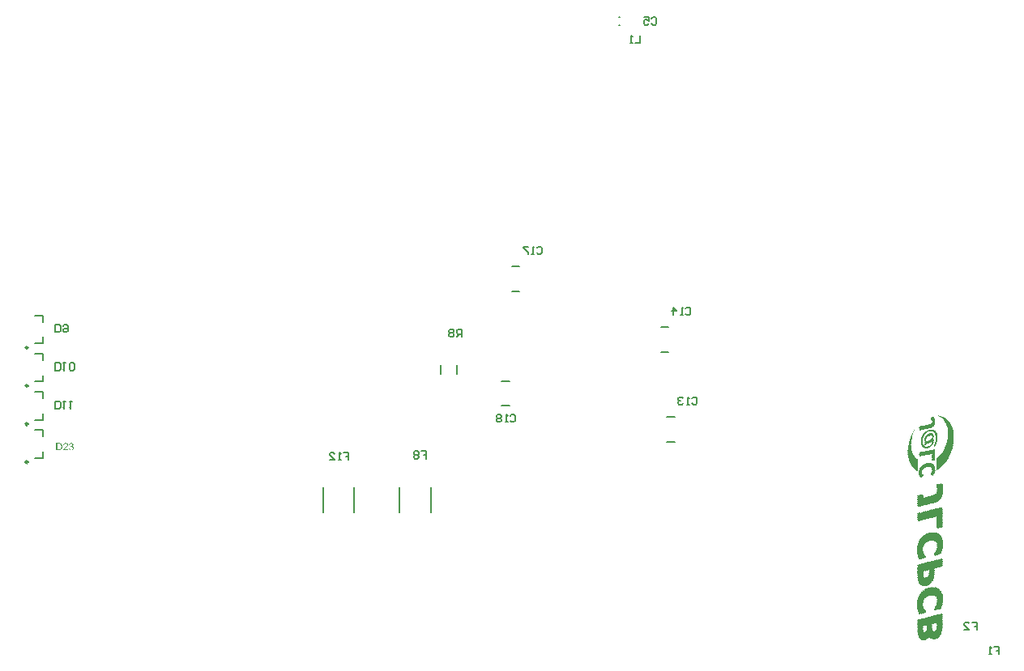
<source format=gbr>
G04*
G04 #@! TF.GenerationSoftware,Altium Limited,Altium Designer,25.0.2 (28)*
G04*
G04 Layer_Color=32896*
%FSLAX44Y44*%
%MOMM*%
G71*
G04*
G04 #@! TF.SameCoordinates,1489D581-9A80-4730-A308-F2CAF4F028AF*
G04*
G04*
G04 #@! TF.FilePolarity,Positive*
G04*
G01*
G75*
%ADD11C,0.2500*%
%ADD14C,0.2000*%
%ADD17C,0.1270*%
G36*
X1910654Y875608D02*
X1910922D01*
Y875341D01*
X1911189D01*
Y875073D01*
X1910922D01*
Y875341D01*
X1910654D01*
Y875073D01*
X1910922D01*
Y874806D01*
X1911189D01*
Y874539D01*
X1910922D01*
Y874272D01*
X1911189D01*
Y871866D01*
X1911456D01*
Y871599D01*
X1911189D01*
Y871331D01*
X1911456D01*
Y871064D01*
X1911189D01*
Y870797D01*
X1911456D01*
Y870530D01*
X1911189D01*
Y870262D01*
X1911456D01*
Y869995D01*
X1911189D01*
Y869728D01*
X1911456D01*
Y869461D01*
X1911723D01*
Y869193D01*
X1911456D01*
Y869461D01*
X1911189D01*
Y869193D01*
X1911456D01*
Y868926D01*
X1911189D01*
Y868659D01*
X1911456D01*
Y868391D01*
X1911723D01*
Y868124D01*
X1911456D01*
Y868391D01*
X1911189D01*
Y868124D01*
X1911456D01*
Y867857D01*
X1911189D01*
Y867590D01*
X1911456D01*
Y867322D01*
X1911189D01*
Y867055D01*
X1911456D01*
Y866788D01*
X1911189D01*
Y866520D01*
X1911456D01*
Y866253D01*
X1911189D01*
Y864917D01*
X1910922D01*
Y864649D01*
X1911189D01*
Y864382D01*
X1910922D01*
Y864649D01*
X1910654D01*
Y864382D01*
X1910922D01*
Y864115D01*
X1910654D01*
Y863848D01*
X1910922D01*
Y863580D01*
X1910654D01*
Y862778D01*
X1910387D01*
Y862511D01*
X1910654D01*
Y862244D01*
X1910387D01*
Y861977D01*
X1910120D01*
Y861175D01*
X1909852D01*
Y860908D01*
X1909585D01*
Y860106D01*
X1909318D01*
Y859838D01*
X1909051D01*
Y859571D01*
X1908783D01*
Y859304D01*
X1909051D01*
Y859036D01*
X1908783D01*
Y859304D01*
X1908516D01*
Y859036D01*
X1908249D01*
Y858769D01*
X1908516D01*
Y858502D01*
X1908249D01*
Y858769D01*
X1907982D01*
Y858502D01*
X1907714D01*
Y858235D01*
X1907982D01*
Y857967D01*
X1907714D01*
Y858235D01*
X1907447D01*
Y857967D01*
X1907180D01*
Y857700D01*
X1906912D01*
Y857433D01*
X1906645D01*
Y857166D01*
X1906378D01*
Y856898D01*
X1905843D01*
Y856631D01*
X1905309D01*
Y856364D01*
X1904507D01*
Y856096D01*
X1904774D01*
Y855829D01*
X1904507D01*
Y856096D01*
X1904240D01*
Y855829D01*
X1903972D01*
Y856096D01*
X1903705D01*
Y855829D01*
X1903438D01*
Y855562D01*
X1903170D01*
Y855294D01*
X1902903D01*
Y855562D01*
X1902636D01*
Y855294D01*
X1902369D01*
Y855562D01*
X1902101D01*
Y855294D01*
X1901299D01*
Y855027D01*
X1900498D01*
Y854760D01*
X1900230D01*
Y855027D01*
X1899963D01*
Y854760D01*
X1899696D01*
Y854493D01*
X1898894D01*
Y854225D01*
X1898627D01*
Y854493D01*
X1898359D01*
Y854225D01*
X1898092D01*
Y854493D01*
X1897825D01*
Y854225D01*
X1897558D01*
Y853958D01*
X1897290D01*
Y854225D01*
X1897023D01*
Y853958D01*
X1897290D01*
Y853691D01*
X1897023D01*
Y853958D01*
X1896756D01*
Y853691D01*
X1896488D01*
Y853958D01*
X1896221D01*
Y853691D01*
X1895954D01*
Y853958D01*
X1895686D01*
Y853691D01*
X1895419D01*
Y853423D01*
X1894617D01*
Y853156D01*
X1894350D01*
Y853423D01*
X1894083D01*
Y853156D01*
X1893815D01*
Y853423D01*
X1893548D01*
Y853156D01*
X1893281D01*
Y852889D01*
X1893014D01*
Y852622D01*
X1892746D01*
Y852889D01*
X1892479D01*
Y852622D01*
X1892212D01*
Y852889D01*
X1891944D01*
Y852622D01*
X1891677D01*
Y852889D01*
X1891410D01*
Y852622D01*
X1891143D01*
Y852354D01*
X1890341D01*
Y852087D01*
X1890074D01*
Y852354D01*
X1889806D01*
Y852087D01*
X1889004D01*
Y851820D01*
X1888737D01*
Y851553D01*
X1888470D01*
Y851820D01*
X1888203D01*
Y851553D01*
X1887935D01*
Y851820D01*
X1887668D01*
Y851553D01*
X1887401D01*
Y851820D01*
X1887133D01*
Y851553D01*
X1886866D01*
Y851285D01*
X1886064D01*
Y851018D01*
X1885797D01*
Y851285D01*
X1885530D01*
Y851018D01*
X1885262D01*
Y851820D01*
X1884995D01*
Y852087D01*
X1884728D01*
Y852354D01*
X1884995D01*
Y852622D01*
X1884728D01*
Y853423D01*
X1884995D01*
Y853691D01*
X1884728D01*
Y853958D01*
X1884995D01*
Y854225D01*
X1884728D01*
Y854493D01*
X1884995D01*
Y854760D01*
X1884728D01*
Y855562D01*
X1884995D01*
Y855829D01*
X1884728D01*
Y856096D01*
X1884995D01*
Y856364D01*
X1884728D01*
Y856631D01*
X1884995D01*
Y856898D01*
X1884728D01*
Y857700D01*
X1884995D01*
Y857967D01*
X1884728D01*
Y858235D01*
X1884995D01*
Y858502D01*
X1884728D01*
Y858769D01*
X1884995D01*
Y859036D01*
X1884728D01*
Y859838D01*
X1884995D01*
Y860106D01*
X1884728D01*
Y860373D01*
X1884995D01*
Y860640D01*
X1884728D01*
Y860908D01*
X1884995D01*
Y861175D01*
X1884728D01*
Y861977D01*
X1884995D01*
Y862244D01*
X1884728D01*
Y862511D01*
X1884995D01*
Y862778D01*
X1884728D01*
Y863046D01*
X1884995D01*
Y863313D01*
X1885262D01*
Y863580D01*
X1886599D01*
Y863848D01*
X1887401D01*
Y864115D01*
X1887668D01*
Y863848D01*
X1887935D01*
Y864115D01*
X1888203D01*
Y863848D01*
X1888470D01*
Y864115D01*
X1888737D01*
Y864382D01*
X1889004D01*
Y864115D01*
X1889272D01*
Y864382D01*
X1889539D01*
Y864649D01*
X1889806D01*
Y864382D01*
X1890074D01*
Y864649D01*
X1890341D01*
Y864382D01*
X1890608D01*
Y864115D01*
X1890875D01*
Y863848D01*
X1890608D01*
Y863580D01*
X1890875D01*
Y863313D01*
X1890608D01*
Y863046D01*
X1890875D01*
Y862778D01*
X1890608D01*
Y862511D01*
X1890875D01*
Y861709D01*
X1890608D01*
Y861442D01*
X1890875D01*
Y861175D01*
X1891143D01*
Y860908D01*
X1891410D01*
Y861175D01*
X1891677D01*
Y861442D01*
X1891944D01*
Y861175D01*
X1892212D01*
Y861442D01*
X1892479D01*
Y861175D01*
X1892746D01*
Y861442D01*
X1893014D01*
Y861709D01*
X1893815D01*
Y861977D01*
X1894083D01*
Y861709D01*
X1894350D01*
Y861977D01*
X1894617D01*
Y861709D01*
X1894885D01*
Y861977D01*
X1895152D01*
Y862244D01*
X1895419D01*
Y861977D01*
X1895686D01*
Y862244D01*
X1895954D01*
Y862511D01*
X1896221D01*
Y862244D01*
X1896488D01*
Y862511D01*
X1896756D01*
Y862244D01*
X1897023D01*
Y862511D01*
X1897290D01*
Y862778D01*
X1898092D01*
Y863046D01*
X1898359D01*
Y862778D01*
X1898627D01*
Y863046D01*
X1899428D01*
Y863313D01*
X1900230D01*
Y863580D01*
X1900498D01*
Y863313D01*
X1900765D01*
Y863580D01*
X1901299D01*
Y863848D01*
X1901834D01*
Y864115D01*
X1902101D01*
Y863848D01*
X1902369D01*
Y864115D01*
X1902636D01*
Y864382D01*
X1902903D01*
Y864649D01*
X1903170D01*
Y864382D01*
X1903438D01*
Y864649D01*
X1903705D01*
Y864917D01*
X1903972D01*
Y865184D01*
X1904240D01*
Y865451D01*
X1904507D01*
Y866253D01*
X1904774D01*
Y866520D01*
X1904507D01*
Y866788D01*
X1904774D01*
Y866520D01*
X1905041D01*
Y867322D01*
X1905309D01*
Y867590D01*
X1905041D01*
Y867857D01*
X1905309D01*
Y868124D01*
X1905041D01*
Y868391D01*
X1905309D01*
Y868659D01*
X1905041D01*
Y868926D01*
X1905309D01*
Y868659D01*
X1905576D01*
Y868926D01*
X1905309D01*
Y869193D01*
X1905041D01*
Y869461D01*
X1905309D01*
Y869728D01*
X1905041D01*
Y869995D01*
X1905309D01*
Y869728D01*
X1905576D01*
Y869995D01*
X1905309D01*
Y870262D01*
X1905041D01*
Y870530D01*
X1905309D01*
Y870797D01*
X1905041D01*
Y871599D01*
X1904774D01*
Y871866D01*
X1904507D01*
Y872133D01*
X1904774D01*
Y871866D01*
X1905041D01*
Y872133D01*
X1904774D01*
Y872401D01*
X1904507D01*
Y874539D01*
X1905041D01*
Y874806D01*
X1905309D01*
Y874539D01*
X1905576D01*
Y874806D01*
X1906378D01*
Y875073D01*
X1906645D01*
Y875341D01*
X1906912D01*
Y875073D01*
X1907180D01*
Y875341D01*
X1907447D01*
Y875073D01*
X1907714D01*
Y875341D01*
X1908249D01*
Y875608D01*
X1908783D01*
Y875875D01*
X1909051D01*
Y875608D01*
X1909318D01*
Y875875D01*
X1909585D01*
Y875608D01*
X1909852D01*
Y875875D01*
X1910120D01*
Y875608D01*
X1910387D01*
Y875875D01*
X1910654D01*
Y875608D01*
D02*
G37*
G36*
X1910120Y851018D02*
X1910387D01*
Y850751D01*
X1910654D01*
Y850483D01*
X1910922D01*
Y850216D01*
X1911189D01*
Y849949D01*
X1910922D01*
Y849682D01*
X1911189D01*
Y849414D01*
X1910922D01*
Y849682D01*
X1910654D01*
Y849414D01*
X1910922D01*
Y849147D01*
X1911189D01*
Y848880D01*
X1910922D01*
Y848612D01*
X1911189D01*
Y848345D01*
X1910922D01*
Y848612D01*
X1910654D01*
Y848345D01*
X1910922D01*
Y848078D01*
X1911189D01*
Y847811D01*
X1910922D01*
Y847543D01*
X1911189D01*
Y847276D01*
X1910922D01*
Y847543D01*
X1910654D01*
Y847276D01*
X1910922D01*
Y847009D01*
X1911189D01*
Y846741D01*
X1910922D01*
Y846474D01*
X1911189D01*
Y846207D01*
X1910922D01*
Y846474D01*
X1910654D01*
Y846207D01*
X1910922D01*
Y845940D01*
X1911189D01*
Y845672D01*
X1910922D01*
Y845405D01*
X1911189D01*
Y845138D01*
X1910922D01*
Y845405D01*
X1910654D01*
Y845138D01*
X1910922D01*
Y844871D01*
X1911189D01*
Y844603D01*
X1910922D01*
Y844336D01*
X1911189D01*
Y844069D01*
X1910922D01*
Y844336D01*
X1910654D01*
Y844069D01*
X1910922D01*
Y843801D01*
X1911189D01*
Y843534D01*
X1910922D01*
Y843267D01*
X1911189D01*
Y842999D01*
X1910922D01*
Y843267D01*
X1910654D01*
Y842999D01*
X1910922D01*
Y842732D01*
X1911189D01*
Y842465D01*
X1910922D01*
Y842198D01*
X1911189D01*
Y841930D01*
X1910922D01*
Y842198D01*
X1910654D01*
Y841930D01*
X1910922D01*
Y841663D01*
X1911189D01*
Y841396D01*
X1910922D01*
Y841128D01*
X1911189D01*
Y840861D01*
X1910922D01*
Y841128D01*
X1910654D01*
Y840861D01*
X1910922D01*
Y840594D01*
X1911189D01*
Y840327D01*
X1910922D01*
Y840059D01*
X1911189D01*
Y839792D01*
X1910922D01*
Y840059D01*
X1910654D01*
Y839792D01*
X1910922D01*
Y839525D01*
X1911189D01*
Y839258D01*
X1910922D01*
Y838990D01*
X1911189D01*
Y838723D01*
X1910922D01*
Y838990D01*
X1910654D01*
Y838723D01*
X1910922D01*
Y838456D01*
X1911189D01*
Y838188D01*
X1910922D01*
Y837921D01*
X1911189D01*
Y837654D01*
X1910922D01*
Y837921D01*
X1910654D01*
Y837654D01*
X1910922D01*
Y837386D01*
X1911189D01*
Y837119D01*
X1910922D01*
Y836852D01*
X1911189D01*
Y836585D01*
X1910922D01*
Y836852D01*
X1910654D01*
Y836585D01*
X1910922D01*
Y836317D01*
X1911189D01*
Y836050D01*
X1910922D01*
Y835783D01*
X1911189D01*
Y835516D01*
X1910922D01*
Y835783D01*
X1910654D01*
Y835516D01*
X1910922D01*
Y835248D01*
X1911189D01*
Y834981D01*
X1910922D01*
Y834714D01*
X1911189D01*
Y834446D01*
X1910922D01*
Y834714D01*
X1910654D01*
Y834446D01*
X1910922D01*
Y834179D01*
X1911189D01*
Y833912D01*
X1910922D01*
Y833645D01*
X1911189D01*
Y833377D01*
X1910922D01*
Y833645D01*
X1910654D01*
Y833377D01*
X1910922D01*
Y833110D01*
X1911189D01*
Y832843D01*
X1910922D01*
Y832575D01*
X1911189D01*
Y832308D01*
X1910922D01*
Y832575D01*
X1910654D01*
Y832308D01*
X1910922D01*
Y832041D01*
X1911189D01*
Y831774D01*
X1910922D01*
Y831506D01*
X1911189D01*
Y831239D01*
X1910922D01*
Y831506D01*
X1910654D01*
Y831239D01*
X1910922D01*
Y830972D01*
X1911189D01*
Y830704D01*
X1910922D01*
Y830437D01*
X1911189D01*
Y830170D01*
X1910922D01*
Y830437D01*
X1910654D01*
Y830170D01*
X1910922D01*
Y829903D01*
X1910654D01*
Y829635D01*
X1910387D01*
Y829903D01*
X1910120D01*
Y829635D01*
X1909318D01*
Y829368D01*
X1909051D01*
Y829101D01*
X1908783D01*
Y829368D01*
X1908516D01*
Y829101D01*
X1908249D01*
Y829368D01*
X1907982D01*
Y829101D01*
X1907180D01*
Y828833D01*
X1906378D01*
Y828566D01*
X1906111D01*
Y828833D01*
X1905843D01*
Y828566D01*
X1905576D01*
Y828833D01*
X1905309D01*
Y829101D01*
X1905041D01*
Y829368D01*
X1904774D01*
Y829635D01*
X1905041D01*
Y829903D01*
X1904774D01*
Y830170D01*
X1904507D01*
Y830437D01*
X1904774D01*
Y830170D01*
X1905041D01*
Y830437D01*
X1904774D01*
Y830704D01*
X1905041D01*
Y830972D01*
X1904774D01*
Y831239D01*
X1904507D01*
Y831506D01*
X1904774D01*
Y831239D01*
X1905041D01*
Y831506D01*
X1904774D01*
Y831774D01*
X1905041D01*
Y832041D01*
X1904774D01*
Y832308D01*
X1904507D01*
Y832575D01*
X1904774D01*
Y832308D01*
X1905041D01*
Y832575D01*
X1904774D01*
Y832843D01*
X1905041D01*
Y833110D01*
X1904774D01*
Y833377D01*
X1904507D01*
Y833645D01*
X1904774D01*
Y833377D01*
X1905041D01*
Y833645D01*
X1904774D01*
Y833912D01*
X1905041D01*
Y834179D01*
X1904774D01*
Y834446D01*
X1904507D01*
Y834714D01*
X1904774D01*
Y834446D01*
X1905041D01*
Y834714D01*
X1904774D01*
Y834981D01*
X1905041D01*
Y835248D01*
X1904774D01*
Y835516D01*
X1904507D01*
Y835783D01*
X1904774D01*
Y835516D01*
X1905041D01*
Y835783D01*
X1904774D01*
Y836050D01*
X1905041D01*
Y836317D01*
X1904774D01*
Y836585D01*
X1904507D01*
Y836852D01*
X1904774D01*
Y836585D01*
X1905041D01*
Y836852D01*
X1904774D01*
Y837119D01*
X1905041D01*
Y837386D01*
X1904774D01*
Y837654D01*
X1904507D01*
Y837921D01*
X1904774D01*
Y837654D01*
X1905041D01*
Y837921D01*
X1904774D01*
Y838188D01*
X1905041D01*
Y838456D01*
X1904774D01*
Y838723D01*
X1904507D01*
Y838990D01*
X1904774D01*
Y838723D01*
X1905041D01*
Y838990D01*
X1904774D01*
Y839258D01*
X1905041D01*
Y839525D01*
X1904774D01*
Y839792D01*
X1904507D01*
Y840059D01*
X1904774D01*
Y839792D01*
X1905041D01*
Y840059D01*
X1904774D01*
Y840327D01*
X1905041D01*
Y840594D01*
X1904774D01*
Y840861D01*
X1904507D01*
Y841128D01*
X1904240D01*
Y840861D01*
X1903972D01*
Y841128D01*
X1903705D01*
Y840861D01*
X1902903D01*
Y840594D01*
X1902101D01*
Y840327D01*
X1901834D01*
Y840594D01*
X1901567D01*
Y840327D01*
X1901299D01*
Y840059D01*
X1900498D01*
Y839792D01*
X1900230D01*
Y840059D01*
X1899963D01*
Y839792D01*
X1899696D01*
Y840059D01*
X1899428D01*
Y839792D01*
X1899161D01*
Y840059D01*
X1898894D01*
Y839792D01*
X1899161D01*
Y839525D01*
X1898894D01*
Y839792D01*
X1898627D01*
Y839525D01*
X1898359D01*
Y839258D01*
X1898092D01*
Y839525D01*
X1897825D01*
Y839258D01*
X1897558D01*
Y839525D01*
X1897290D01*
Y839258D01*
X1897023D01*
Y838990D01*
X1896221D01*
Y838723D01*
X1895954D01*
Y838990D01*
X1895686D01*
Y838723D01*
X1894350D01*
Y838456D01*
X1894617D01*
Y838188D01*
X1894350D01*
Y838456D01*
X1894083D01*
Y838188D01*
X1893815D01*
Y838456D01*
X1893548D01*
Y838188D01*
X1893281D01*
Y838456D01*
X1893014D01*
Y838188D01*
X1892746D01*
Y837921D01*
X1891944D01*
Y837654D01*
X1891677D01*
Y837921D01*
X1891410D01*
Y837654D01*
X1890608D01*
Y837386D01*
X1889806D01*
Y837119D01*
X1889539D01*
Y837386D01*
X1889272D01*
Y837119D01*
X1889004D01*
Y837386D01*
X1888737D01*
Y837119D01*
X1888470D01*
Y836852D01*
X1887668D01*
Y836585D01*
X1887401D01*
Y836852D01*
X1887133D01*
Y836585D01*
X1886866D01*
Y836317D01*
X1886064D01*
Y836050D01*
X1885797D01*
Y836317D01*
X1885262D01*
Y836852D01*
X1884995D01*
Y837119D01*
X1884728D01*
Y837386D01*
X1884995D01*
Y837654D01*
X1884728D01*
Y838456D01*
X1884995D01*
Y838723D01*
X1884728D01*
Y838990D01*
X1884995D01*
Y839258D01*
X1884728D01*
Y839525D01*
X1884995D01*
Y839792D01*
X1884728D01*
Y840594D01*
X1884995D01*
Y840861D01*
X1884728D01*
Y841128D01*
X1884995D01*
Y841396D01*
X1884728D01*
Y841663D01*
X1884995D01*
Y841930D01*
X1884728D01*
Y842732D01*
X1884995D01*
Y842999D01*
X1884728D01*
Y843267D01*
X1884995D01*
Y843534D01*
X1884728D01*
Y843801D01*
X1884995D01*
Y844069D01*
X1884728D01*
Y844336D01*
X1884995D01*
Y844603D01*
X1884728D01*
Y844871D01*
X1884995D01*
Y844603D01*
X1885262D01*
Y844871D01*
X1885530D01*
Y844603D01*
X1885797D01*
Y844871D01*
X1886599D01*
Y845138D01*
X1886332D01*
Y845405D01*
X1886599D01*
Y845138D01*
X1886866D01*
Y845405D01*
X1887133D01*
Y845138D01*
X1887401D01*
Y845405D01*
X1887668D01*
Y845138D01*
X1887935D01*
Y845405D01*
X1888203D01*
Y845138D01*
X1888470D01*
Y845405D01*
X1888203D01*
Y845672D01*
X1888470D01*
Y845405D01*
X1888737D01*
Y845672D01*
X1889004D01*
Y845940D01*
X1889272D01*
Y845672D01*
X1889539D01*
Y845940D01*
X1889806D01*
Y845672D01*
X1890074D01*
Y845940D01*
X1890608D01*
Y846207D01*
X1891677D01*
Y846474D01*
X1892479D01*
Y846741D01*
X1893281D01*
Y847009D01*
X1893548D01*
Y846741D01*
X1893815D01*
Y847009D01*
X1894083D01*
Y846741D01*
X1894350D01*
Y847009D01*
X1894617D01*
Y847276D01*
X1894885D01*
Y847543D01*
X1895152D01*
Y847276D01*
X1895419D01*
Y847543D01*
X1895686D01*
Y847276D01*
X1895954D01*
Y847543D01*
X1896756D01*
Y847811D01*
X1897023D01*
Y847543D01*
X1897290D01*
Y847811D01*
X1897558D01*
Y848078D01*
X1897825D01*
Y847811D01*
X1898092D01*
Y848078D01*
X1898359D01*
Y847811D01*
X1898627D01*
Y848078D01*
X1898894D01*
Y848345D01*
X1899161D01*
Y848612D01*
X1899428D01*
Y848345D01*
X1899696D01*
Y848612D01*
X1899963D01*
Y848345D01*
X1900230D01*
Y848612D01*
X1901032D01*
Y848880D01*
X1901834D01*
Y849147D01*
X1902101D01*
Y848880D01*
X1902369D01*
Y849147D01*
X1903170D01*
Y849414D01*
X1903438D01*
Y849682D01*
X1903705D01*
Y849414D01*
X1903972D01*
Y849682D01*
X1904240D01*
Y849414D01*
X1904507D01*
Y849682D01*
X1905041D01*
Y849949D01*
X1905576D01*
Y850216D01*
X1905843D01*
Y849949D01*
X1906111D01*
Y850216D01*
X1906378D01*
Y849949D01*
X1906645D01*
Y850216D01*
X1906912D01*
Y850483D01*
X1907180D01*
Y850216D01*
X1907447D01*
Y850483D01*
X1907714D01*
Y850751D01*
X1907982D01*
Y850483D01*
X1908249D01*
Y850751D01*
X1908516D01*
Y850483D01*
X1908783D01*
Y850751D01*
X1909051D01*
Y851018D01*
X1909318D01*
Y850751D01*
X1909585D01*
Y851018D01*
X1909852D01*
Y851285D01*
X1910120D01*
Y851018D01*
D02*
G37*
G36*
X1902636Y824824D02*
X1902903D01*
Y824557D01*
X1903170D01*
Y824290D01*
X1903438D01*
Y824557D01*
X1903705D01*
Y824290D01*
X1903972D01*
Y824557D01*
X1904240D01*
Y824290D01*
X1905041D01*
Y824022D01*
X1905309D01*
Y823755D01*
X1905576D01*
Y824022D01*
X1905843D01*
Y823755D01*
X1906111D01*
Y823488D01*
X1906378D01*
Y823221D01*
X1906645D01*
Y823488D01*
X1906912D01*
Y823221D01*
X1907180D01*
Y822953D01*
X1907447D01*
Y822686D01*
X1907714D01*
Y822419D01*
X1907982D01*
Y822151D01*
X1908249D01*
Y821884D01*
X1908516D01*
Y821617D01*
X1908783D01*
Y821349D01*
X1909051D01*
Y821082D01*
X1909318D01*
Y820815D01*
X1909585D01*
Y820013D01*
X1909852D01*
Y819746D01*
X1910120D01*
Y819479D01*
X1910387D01*
Y819211D01*
X1910120D01*
Y818944D01*
X1910387D01*
Y818677D01*
X1910654D01*
Y817875D01*
X1910922D01*
Y817608D01*
X1911189D01*
Y817340D01*
X1910922D01*
Y817608D01*
X1910654D01*
Y817340D01*
X1910922D01*
Y817073D01*
X1911189D01*
Y816806D01*
X1910922D01*
Y816538D01*
X1911189D01*
Y815202D01*
X1911456D01*
Y814935D01*
X1911723D01*
Y814667D01*
X1911456D01*
Y814935D01*
X1911189D01*
Y814667D01*
X1911456D01*
Y814400D01*
X1911189D01*
Y814133D01*
X1911456D01*
Y813866D01*
X1911723D01*
Y813598D01*
X1911456D01*
Y813866D01*
X1911189D01*
Y813598D01*
X1911456D01*
Y813331D01*
X1911723D01*
Y813064D01*
X1911456D01*
Y812796D01*
X1911723D01*
Y812529D01*
X1911456D01*
Y812262D01*
X1911723D01*
Y811995D01*
X1911456D01*
Y811727D01*
X1911723D01*
Y811460D01*
X1911456D01*
Y811193D01*
X1911723D01*
Y810926D01*
X1911456D01*
Y810658D01*
X1911723D01*
Y810391D01*
X1911456D01*
Y810658D01*
X1911189D01*
Y810391D01*
X1911456D01*
Y810124D01*
X1911189D01*
Y809856D01*
X1911456D01*
Y809589D01*
X1911723D01*
Y809322D01*
X1911456D01*
Y809589D01*
X1911189D01*
Y809322D01*
X1911456D01*
Y809054D01*
X1911189D01*
Y808787D01*
X1911456D01*
Y808520D01*
X1911189D01*
Y807718D01*
X1910922D01*
Y807451D01*
X1911189D01*
Y807184D01*
X1910922D01*
Y806916D01*
X1911189D01*
Y806649D01*
X1910922D01*
Y806916D01*
X1910654D01*
Y806649D01*
X1910922D01*
Y806382D01*
X1910654D01*
Y805580D01*
X1910387D01*
Y805312D01*
X1910654D01*
Y805045D01*
X1910387D01*
Y805312D01*
X1910120D01*
Y805045D01*
X1910387D01*
Y804778D01*
X1910120D01*
Y803976D01*
X1909852D01*
Y803709D01*
X1909585D01*
Y803441D01*
X1909852D01*
Y803174D01*
X1909585D01*
Y802372D01*
X1909318D01*
Y802105D01*
X1909051D01*
Y801838D01*
X1908783D01*
Y802105D01*
X1908516D01*
Y801838D01*
X1908249D01*
Y801571D01*
X1907982D01*
Y801303D01*
X1907714D01*
Y801571D01*
X1907447D01*
Y801303D01*
X1907180D01*
Y801571D01*
X1906912D01*
Y801303D01*
X1906645D01*
Y801571D01*
X1906378D01*
Y801303D01*
X1906111D01*
Y801036D01*
X1905843D01*
Y800769D01*
X1905576D01*
Y801036D01*
X1905309D01*
Y800769D01*
X1905041D01*
Y801036D01*
X1904774D01*
Y800769D01*
X1904507D01*
Y800501D01*
X1903705D01*
Y800234D01*
X1903438D01*
Y800501D01*
X1903170D01*
Y800234D01*
X1902903D01*
Y800501D01*
X1902636D01*
Y800769D01*
X1902369D01*
Y801036D01*
X1902101D01*
Y801303D01*
X1902369D01*
Y801571D01*
X1902101D01*
Y801838D01*
X1901834D01*
Y802105D01*
X1902101D01*
Y801838D01*
X1902369D01*
Y802640D01*
X1902636D01*
Y802907D01*
X1902903D01*
Y803174D01*
X1903170D01*
Y803441D01*
X1903438D01*
Y804243D01*
X1903705D01*
Y804511D01*
X1903972D01*
Y805312D01*
X1904240D01*
Y805580D01*
X1904507D01*
Y806382D01*
X1904774D01*
Y806649D01*
X1904507D01*
Y806916D01*
X1904774D01*
Y807184D01*
X1905041D01*
Y807451D01*
X1904774D01*
Y807718D01*
X1905041D01*
Y808520D01*
X1905309D01*
Y808787D01*
X1905041D01*
Y809054D01*
X1905309D01*
Y808787D01*
X1905576D01*
Y809054D01*
X1905309D01*
Y809322D01*
X1905041D01*
Y809589D01*
X1905309D01*
Y809322D01*
X1905576D01*
Y809589D01*
X1905309D01*
Y809856D01*
X1905576D01*
Y810124D01*
X1905309D01*
Y810391D01*
X1905041D01*
Y810658D01*
X1905309D01*
Y810391D01*
X1905576D01*
Y810658D01*
X1905309D01*
Y810926D01*
X1905576D01*
Y811193D01*
X1905309D01*
Y811460D01*
X1905041D01*
Y811727D01*
X1905309D01*
Y811460D01*
X1905576D01*
Y811727D01*
X1905309D01*
Y811995D01*
X1905041D01*
Y812262D01*
X1905309D01*
Y811995D01*
X1905576D01*
Y812262D01*
X1905309D01*
Y812529D01*
X1905041D01*
Y812796D01*
X1905309D01*
Y813064D01*
X1905041D01*
Y813331D01*
X1904774D01*
Y813598D01*
X1904507D01*
Y813866D01*
X1904774D01*
Y813598D01*
X1905041D01*
Y813866D01*
X1904774D01*
Y814133D01*
X1904507D01*
Y814400D01*
X1904240D01*
Y814667D01*
X1903972D01*
Y814935D01*
X1903705D01*
Y815202D01*
X1903438D01*
Y815469D01*
X1903170D01*
Y815202D01*
X1902903D01*
Y815469D01*
X1902636D01*
Y815737D01*
X1901834D01*
Y816004D01*
X1901567D01*
Y815737D01*
X1901299D01*
Y816004D01*
X1901032D01*
Y815737D01*
X1900765D01*
Y816004D01*
X1900498D01*
Y815737D01*
X1900230D01*
Y816004D01*
X1899963D01*
Y815737D01*
X1899696D01*
Y816004D01*
X1899428D01*
Y815737D01*
X1899161D01*
Y816004D01*
X1898894D01*
Y815737D01*
X1898627D01*
Y816004D01*
X1898359D01*
Y815737D01*
X1897558D01*
Y815469D01*
X1897290D01*
Y815202D01*
X1897023D01*
Y815469D01*
X1896756D01*
Y815202D01*
X1895954D01*
Y814935D01*
X1895686D01*
Y814667D01*
X1895419D01*
Y814935D01*
X1895152D01*
Y814667D01*
X1894885D01*
Y814400D01*
X1894617D01*
Y814133D01*
X1894350D01*
Y813866D01*
X1894083D01*
Y813598D01*
X1893815D01*
Y813866D01*
X1893548D01*
Y813598D01*
X1893281D01*
Y813331D01*
X1893014D01*
Y813064D01*
X1892746D01*
Y812796D01*
X1892479D01*
Y812529D01*
X1892212D01*
Y812262D01*
X1891944D01*
Y811460D01*
X1891677D01*
Y811193D01*
X1891410D01*
Y810926D01*
X1891143D01*
Y810658D01*
X1891410D01*
Y810391D01*
X1891143D01*
Y810658D01*
X1890875D01*
Y810391D01*
X1891143D01*
Y810124D01*
X1890875D01*
Y809322D01*
X1890608D01*
Y809054D01*
X1890875D01*
Y808787D01*
X1890608D01*
Y809054D01*
X1890341D01*
Y808787D01*
X1890608D01*
Y808520D01*
X1890341D01*
Y808253D01*
X1890608D01*
Y807985D01*
X1890341D01*
Y807718D01*
X1890608D01*
Y807451D01*
X1890341D01*
Y807184D01*
X1890608D01*
Y806916D01*
X1890341D01*
Y806649D01*
X1890608D01*
Y806382D01*
X1890341D01*
Y806114D01*
X1890608D01*
Y805847D01*
X1890341D01*
Y805580D01*
X1890608D01*
Y805312D01*
X1890875D01*
Y805045D01*
X1890608D01*
Y804778D01*
X1890875D01*
Y803976D01*
X1891143D01*
Y803709D01*
X1890875D01*
Y803441D01*
X1891143D01*
Y803174D01*
X1891410D01*
Y802372D01*
X1891677D01*
Y802105D01*
X1891944D01*
Y801838D01*
X1892212D01*
Y801571D01*
X1892479D01*
Y800769D01*
X1892746D01*
Y800501D01*
X1893014D01*
Y800234D01*
X1893281D01*
Y799967D01*
X1893548D01*
Y799699D01*
X1893815D01*
Y799432D01*
X1894083D01*
Y799165D01*
X1893815D01*
Y799432D01*
X1893548D01*
Y799165D01*
X1893815D01*
Y798898D01*
X1894083D01*
Y798630D01*
X1893815D01*
Y798898D01*
X1893548D01*
Y798630D01*
X1893815D01*
Y798363D01*
X1894083D01*
Y798096D01*
X1893815D01*
Y798363D01*
X1893548D01*
Y798096D01*
X1893281D01*
Y797829D01*
X1892479D01*
Y797561D01*
X1892212D01*
Y797829D01*
X1891944D01*
Y797561D01*
X1891410D01*
Y797294D01*
X1890875D01*
Y797027D01*
X1890608D01*
Y797294D01*
X1890341D01*
Y797027D01*
X1889539D01*
Y797294D01*
X1889272D01*
Y797027D01*
X1889539D01*
Y796759D01*
X1888737D01*
Y796492D01*
X1888470D01*
Y796759D01*
X1888203D01*
Y796492D01*
X1887935D01*
Y796759D01*
X1887668D01*
Y796492D01*
X1887401D01*
Y796225D01*
X1886599D01*
Y796492D01*
X1886332D01*
Y797294D01*
X1886064D01*
Y797561D01*
X1885797D01*
Y797829D01*
X1886064D01*
Y798096D01*
X1885797D01*
Y798363D01*
X1885530D01*
Y798630D01*
X1885262D01*
Y798898D01*
X1885530D01*
Y798630D01*
X1885797D01*
Y798898D01*
X1885530D01*
Y799165D01*
X1885262D01*
Y799432D01*
X1885530D01*
Y799699D01*
X1885262D01*
Y800501D01*
X1884995D01*
Y800769D01*
X1884728D01*
Y801036D01*
X1884995D01*
Y801303D01*
X1884728D01*
Y803174D01*
X1884461D01*
Y803441D01*
X1884728D01*
Y803709D01*
X1884461D01*
Y804511D01*
X1884193D01*
Y804778D01*
X1884461D01*
Y805045D01*
X1884193D01*
Y805312D01*
X1884461D01*
Y805580D01*
X1884193D01*
Y805847D01*
X1884461D01*
Y806114D01*
X1884193D01*
Y806382D01*
X1884461D01*
Y806649D01*
X1884193D01*
Y806916D01*
X1884461D01*
Y807184D01*
X1884193D01*
Y807451D01*
X1884461D01*
Y807718D01*
X1884193D01*
Y807985D01*
X1884461D01*
Y809322D01*
X1884728D01*
Y809589D01*
X1884461D01*
Y809856D01*
X1884728D01*
Y811193D01*
X1884995D01*
Y811460D01*
X1884728D01*
Y811727D01*
X1884995D01*
Y811995D01*
X1885262D01*
Y812262D01*
X1884995D01*
Y812529D01*
X1885262D01*
Y813331D01*
X1885530D01*
Y813598D01*
X1885797D01*
Y813866D01*
X1885530D01*
Y814133D01*
X1885797D01*
Y814400D01*
X1886064D01*
Y814667D01*
X1885797D01*
Y814935D01*
X1886064D01*
Y815202D01*
X1886332D01*
Y816004D01*
X1886599D01*
Y815737D01*
X1886866D01*
Y816004D01*
X1886599D01*
Y816271D01*
X1886866D01*
Y817073D01*
X1887401D01*
Y817608D01*
X1887668D01*
Y817875D01*
X1887935D01*
Y818142D01*
X1888203D01*
Y818409D01*
X1888470D01*
Y819211D01*
X1888737D01*
Y818944D01*
X1889004D01*
Y819211D01*
X1888737D01*
Y819479D01*
X1889004D01*
Y819746D01*
X1889272D01*
Y819479D01*
X1889539D01*
Y819746D01*
X1889272D01*
Y820013D01*
X1889539D01*
Y820280D01*
X1889806D01*
Y820548D01*
X1890074D01*
Y820815D01*
X1890341D01*
Y820548D01*
X1890608D01*
Y821349D01*
X1890875D01*
Y821082D01*
X1891143D01*
Y821349D01*
X1891410D01*
Y821617D01*
X1891677D01*
Y821884D01*
X1891944D01*
Y822151D01*
X1892212D01*
Y822419D01*
X1892479D01*
Y822151D01*
X1892746D01*
Y822419D01*
X1893014D01*
Y822686D01*
X1893281D01*
Y822953D01*
X1893548D01*
Y822686D01*
X1893815D01*
Y822953D01*
X1894083D01*
Y823221D01*
X1894350D01*
Y823488D01*
X1895152D01*
Y823755D01*
X1895954D01*
Y824022D01*
X1896756D01*
Y823755D01*
X1897023D01*
Y824022D01*
X1896756D01*
Y824290D01*
X1897558D01*
Y824557D01*
X1897825D01*
Y824290D01*
X1898092D01*
Y824557D01*
X1898359D01*
Y824290D01*
X1898627D01*
Y824557D01*
X1898894D01*
Y824290D01*
X1899161D01*
Y824557D01*
X1899428D01*
Y824290D01*
X1899696D01*
Y824557D01*
X1899428D01*
Y824824D01*
X1899696D01*
Y824557D01*
X1900498D01*
Y824824D01*
X1900230D01*
Y825091D01*
X1900498D01*
Y824824D01*
X1900765D01*
Y824557D01*
X1901032D01*
Y824824D01*
X1901299D01*
Y824557D01*
X1901567D01*
Y824824D01*
X1901834D01*
Y824557D01*
X1902636D01*
Y824824D01*
X1902369D01*
Y825091D01*
X1902636D01*
Y824824D01*
D02*
G37*
G36*
X1910120Y797027D02*
X1910654D01*
Y796492D01*
X1910922D01*
Y796225D01*
X1911189D01*
Y795958D01*
X1910922D01*
Y796225D01*
X1910654D01*
Y795958D01*
X1910922D01*
Y795690D01*
X1911189D01*
Y795423D01*
X1910922D01*
Y795156D01*
X1911189D01*
Y794889D01*
X1910922D01*
Y795156D01*
X1910654D01*
Y794889D01*
X1910922D01*
Y794621D01*
X1911189D01*
Y794354D01*
X1910922D01*
Y794087D01*
X1911189D01*
Y793819D01*
X1910922D01*
Y794087D01*
X1910654D01*
Y793819D01*
X1910922D01*
Y793552D01*
X1911189D01*
Y793285D01*
X1910922D01*
Y793018D01*
X1911189D01*
Y792750D01*
X1910922D01*
Y793018D01*
X1910654D01*
Y792750D01*
X1910922D01*
Y792483D01*
X1911189D01*
Y792216D01*
X1910922D01*
Y791948D01*
X1911189D01*
Y791681D01*
X1910922D01*
Y791948D01*
X1910654D01*
Y791681D01*
X1910922D01*
Y791414D01*
X1911189D01*
Y791146D01*
X1910922D01*
Y790879D01*
X1911189D01*
Y790612D01*
X1910922D01*
Y790879D01*
X1910654D01*
Y790612D01*
X1910922D01*
Y790345D01*
X1911189D01*
Y790077D01*
X1910922D01*
Y789810D01*
X1911189D01*
Y789543D01*
X1910922D01*
Y789810D01*
X1910654D01*
Y789543D01*
X1910922D01*
Y789276D01*
X1911189D01*
Y789008D01*
X1910922D01*
Y788741D01*
X1910120D01*
Y788474D01*
X1909852D01*
Y788741D01*
X1909585D01*
Y788474D01*
X1908783D01*
Y788741D01*
X1908516D01*
Y788474D01*
X1908783D01*
Y788206D01*
X1907982D01*
Y787939D01*
X1907714D01*
Y788206D01*
X1907447D01*
Y787939D01*
X1907180D01*
Y788206D01*
X1906912D01*
Y787939D01*
X1906645D01*
Y787672D01*
X1905843D01*
Y787404D01*
X1905576D01*
Y787672D01*
X1905309D01*
Y787404D01*
X1905041D01*
Y787137D01*
X1904774D01*
Y787404D01*
X1904507D01*
Y787137D01*
X1904240D01*
Y787404D01*
X1903972D01*
Y787137D01*
X1904240D01*
Y786870D01*
X1903972D01*
Y787137D01*
X1903705D01*
Y786870D01*
X1903438D01*
Y787137D01*
X1903170D01*
Y786870D01*
X1902903D01*
Y786603D01*
X1903170D01*
Y786335D01*
X1902903D01*
Y786068D01*
X1903170D01*
Y785801D01*
X1902903D01*
Y786068D01*
X1902636D01*
Y785801D01*
X1902903D01*
Y785534D01*
X1902636D01*
Y785266D01*
X1902903D01*
Y784999D01*
X1903170D01*
Y784732D01*
X1902903D01*
Y784999D01*
X1902636D01*
Y784732D01*
X1902903D01*
Y784464D01*
X1903170D01*
Y784197D01*
X1902903D01*
Y783930D01*
X1903170D01*
Y783662D01*
X1902903D01*
Y783930D01*
X1902636D01*
Y783662D01*
X1902903D01*
Y783395D01*
X1902636D01*
Y783128D01*
X1902903D01*
Y782861D01*
X1903170D01*
Y782593D01*
X1902903D01*
Y782861D01*
X1902636D01*
Y782593D01*
X1902903D01*
Y782326D01*
X1902636D01*
Y782059D01*
X1902903D01*
Y781792D01*
X1902636D01*
Y781524D01*
X1902903D01*
Y781257D01*
X1902636D01*
Y780990D01*
X1902903D01*
Y780722D01*
X1902636D01*
Y779386D01*
X1902369D01*
Y779119D01*
X1902636D01*
Y778851D01*
X1902369D01*
Y779119D01*
X1902101D01*
Y778851D01*
X1902369D01*
Y778584D01*
X1902101D01*
Y778317D01*
X1902369D01*
Y778050D01*
X1902101D01*
Y776713D01*
X1901834D01*
Y776446D01*
X1901567D01*
Y775109D01*
X1901299D01*
Y774842D01*
X1901032D01*
Y774040D01*
X1900765D01*
Y773773D01*
X1900498D01*
Y772971D01*
X1900230D01*
Y773239D01*
X1899963D01*
Y772971D01*
X1900230D01*
Y772704D01*
X1899963D01*
Y772437D01*
X1899696D01*
Y772169D01*
X1899428D01*
Y771902D01*
X1899161D01*
Y771635D01*
X1898894D01*
Y770833D01*
X1898627D01*
Y771100D01*
X1898359D01*
Y770298D01*
X1898092D01*
Y770566D01*
X1897825D01*
Y770298D01*
X1897558D01*
Y770031D01*
X1897290D01*
Y769764D01*
X1897023D01*
Y769497D01*
X1896756D01*
Y769229D01*
X1896488D01*
Y769497D01*
X1896221D01*
Y769229D01*
X1895954D01*
Y769497D01*
X1895686D01*
Y768962D01*
X1895152D01*
Y768695D01*
X1893815D01*
Y768427D01*
X1893014D01*
Y768160D01*
X1892746D01*
Y768427D01*
X1891944D01*
Y768160D01*
X1891677D01*
Y768427D01*
X1890875D01*
Y768695D01*
X1890074D01*
Y768962D01*
X1889806D01*
Y768695D01*
X1889539D01*
Y768962D01*
X1889272D01*
Y769229D01*
X1888470D01*
Y769497D01*
X1888203D01*
Y769764D01*
X1887935D01*
Y770031D01*
X1887668D01*
Y770298D01*
X1887401D01*
Y770566D01*
X1887133D01*
Y770833D01*
X1886866D01*
Y771100D01*
X1886599D01*
Y771367D01*
X1886332D01*
Y772169D01*
X1886064D01*
Y772437D01*
X1885797D01*
Y773239D01*
X1885530D01*
Y773506D01*
X1885262D01*
Y773773D01*
X1885530D01*
Y773506D01*
X1885797D01*
Y773773D01*
X1885530D01*
Y774040D01*
X1885262D01*
Y775911D01*
X1884995D01*
Y776179D01*
X1884728D01*
Y776446D01*
X1884995D01*
Y776179D01*
X1885262D01*
Y776446D01*
X1884995D01*
Y776713D01*
X1885262D01*
Y776980D01*
X1884995D01*
Y777248D01*
X1884728D01*
Y777515D01*
X1884995D01*
Y777782D01*
X1884728D01*
Y778050D01*
X1884995D01*
Y778317D01*
X1884728D01*
Y778584D01*
X1884995D01*
Y778851D01*
X1884728D01*
Y779119D01*
X1884995D01*
Y779386D01*
X1884728D01*
Y779653D01*
X1884995D01*
Y779921D01*
X1884728D01*
Y780722D01*
X1884995D01*
Y780990D01*
X1884728D01*
Y781257D01*
X1884995D01*
Y781524D01*
X1884728D01*
Y781792D01*
X1884995D01*
Y782059D01*
X1884728D01*
Y782861D01*
X1884995D01*
Y783128D01*
X1884728D01*
Y783395D01*
X1884995D01*
Y783662D01*
X1884728D01*
Y783930D01*
X1884995D01*
Y784197D01*
X1884728D01*
Y784999D01*
X1884995D01*
Y785266D01*
X1884728D01*
Y785534D01*
X1884995D01*
Y785801D01*
X1884728D01*
Y786068D01*
X1884995D01*
Y786335D01*
X1884728D01*
Y787137D01*
X1884995D01*
Y787404D01*
X1884728D01*
Y787672D01*
X1884995D01*
Y787939D01*
X1884728D01*
Y788206D01*
X1884995D01*
Y788474D01*
X1884728D01*
Y789276D01*
X1884995D01*
Y789543D01*
X1884728D01*
Y789810D01*
X1884995D01*
Y790077D01*
X1884728D01*
Y790345D01*
X1884995D01*
Y790612D01*
X1884728D01*
Y790879D01*
X1884995D01*
Y790612D01*
X1885262D01*
Y790879D01*
X1886064D01*
Y791146D01*
X1886332D01*
Y791414D01*
X1886599D01*
Y791146D01*
X1886866D01*
Y791414D01*
X1887668D01*
Y791681D01*
X1888470D01*
Y791948D01*
X1888737D01*
Y791681D01*
X1889004D01*
Y791948D01*
X1889272D01*
Y791681D01*
X1889539D01*
Y791948D01*
X1889806D01*
Y792216D01*
X1890608D01*
Y792483D01*
X1890875D01*
Y792216D01*
X1891143D01*
Y792483D01*
X1891410D01*
Y792216D01*
X1891677D01*
Y792483D01*
X1891944D01*
Y792750D01*
X1891677D01*
Y793018D01*
X1891944D01*
Y792750D01*
X1892746D01*
Y793018D01*
X1893014D01*
Y792750D01*
X1893281D01*
Y793018D01*
X1893548D01*
Y792750D01*
X1893815D01*
Y793018D01*
X1894083D01*
Y793285D01*
X1894350D01*
Y793552D01*
X1894617D01*
Y793285D01*
X1894885D01*
Y793552D01*
X1895152D01*
Y793285D01*
X1895419D01*
Y793552D01*
X1896221D01*
Y793819D01*
X1897023D01*
Y794087D01*
X1897290D01*
Y793819D01*
X1897558D01*
Y794087D01*
X1897825D01*
Y793819D01*
X1898092D01*
Y794087D01*
X1898359D01*
Y794354D01*
X1898627D01*
Y794621D01*
X1898894D01*
Y794354D01*
X1899161D01*
Y794621D01*
X1899428D01*
Y794354D01*
X1899696D01*
Y794621D01*
X1900230D01*
Y794889D01*
X1901299D01*
Y795156D01*
X1901567D01*
Y794889D01*
X1901834D01*
Y795156D01*
X1902101D01*
Y794889D01*
X1902369D01*
Y795156D01*
X1902101D01*
Y795423D01*
X1902369D01*
Y795156D01*
X1902636D01*
Y795423D01*
X1902903D01*
Y795690D01*
X1903170D01*
Y795423D01*
X1903438D01*
Y795690D01*
X1903705D01*
Y795423D01*
X1903972D01*
Y795690D01*
X1904507D01*
Y796225D01*
X1904774D01*
Y795958D01*
X1905041D01*
Y796225D01*
X1905309D01*
Y795958D01*
X1905576D01*
Y796225D01*
X1905843D01*
Y795958D01*
X1906111D01*
Y796225D01*
X1906378D01*
Y796492D01*
X1906645D01*
Y796225D01*
X1906912D01*
Y796492D01*
X1907180D01*
Y796759D01*
X1907447D01*
Y796492D01*
X1907714D01*
Y796759D01*
X1907982D01*
Y796492D01*
X1908249D01*
Y796759D01*
X1908783D01*
Y797294D01*
X1909051D01*
Y797027D01*
X1909318D01*
Y797294D01*
X1909585D01*
Y797027D01*
X1909852D01*
Y797294D01*
X1910120D01*
Y797027D01*
D02*
G37*
G36*
X1903705Y767091D02*
X1903972D01*
Y766824D01*
X1904774D01*
Y766556D01*
X1905041D01*
Y766824D01*
X1905309D01*
Y766556D01*
X1905576D01*
Y766289D01*
X1906378D01*
Y766022D01*
X1906912D01*
Y765487D01*
X1907180D01*
Y765755D01*
X1907447D01*
Y765487D01*
X1907714D01*
Y765220D01*
X1907982D01*
Y764953D01*
X1908249D01*
Y764685D01*
X1908516D01*
Y764418D01*
X1908783D01*
Y764151D01*
X1909051D01*
Y763884D01*
X1909318D01*
Y763616D01*
X1909585D01*
Y763349D01*
X1909318D01*
Y763616D01*
X1909051D01*
Y763349D01*
X1909318D01*
Y763082D01*
X1909585D01*
Y762814D01*
X1909852D01*
Y762547D01*
X1910120D01*
Y761745D01*
X1910387D01*
Y761478D01*
X1910654D01*
Y760142D01*
X1910922D01*
Y759874D01*
X1911189D01*
Y759607D01*
X1910922D01*
Y759874D01*
X1910654D01*
Y759607D01*
X1910922D01*
Y759340D01*
X1911189D01*
Y758538D01*
X1911456D01*
Y758271D01*
X1911189D01*
Y758003D01*
X1911456D01*
Y757736D01*
X1911189D01*
Y757469D01*
X1911456D01*
Y757202D01*
X1911723D01*
Y756934D01*
X1911456D01*
Y757202D01*
X1911189D01*
Y756934D01*
X1911456D01*
Y756667D01*
X1911723D01*
Y756400D01*
X1911456D01*
Y756132D01*
X1911723D01*
Y755865D01*
X1911456D01*
Y756132D01*
X1911189D01*
Y755865D01*
X1911456D01*
Y755598D01*
X1911723D01*
Y755331D01*
X1911456D01*
Y755063D01*
X1911723D01*
Y754796D01*
X1911456D01*
Y754529D01*
X1911723D01*
Y754261D01*
X1911456D01*
Y753994D01*
X1911723D01*
Y753727D01*
X1911456D01*
Y753994D01*
X1911189D01*
Y753727D01*
X1911456D01*
Y752925D01*
X1911723D01*
Y752658D01*
X1911456D01*
Y752925D01*
X1911189D01*
Y752658D01*
X1911456D01*
Y752390D01*
X1911189D01*
Y752123D01*
X1911456D01*
Y751856D01*
X1911189D01*
Y751589D01*
X1911456D01*
Y751321D01*
X1911189D01*
Y750519D01*
X1910922D01*
Y750252D01*
X1911189D01*
Y749985D01*
X1910922D01*
Y750252D01*
X1910654D01*
Y749985D01*
X1910922D01*
Y749717D01*
X1911189D01*
Y749450D01*
X1910922D01*
Y749717D01*
X1910654D01*
Y749450D01*
X1910922D01*
Y749183D01*
X1910654D01*
Y747847D01*
X1910387D01*
Y747579D01*
X1910120D01*
Y746243D01*
X1909852D01*
Y745975D01*
X1909585D01*
Y745174D01*
X1909318D01*
Y744906D01*
X1909051D01*
Y744639D01*
X1909318D01*
Y744372D01*
X1908516D01*
Y744105D01*
X1908249D01*
Y744372D01*
X1907982D01*
Y744105D01*
X1907714D01*
Y744372D01*
X1907447D01*
Y744105D01*
X1907180D01*
Y743837D01*
X1906912D01*
Y744105D01*
X1906645D01*
Y743837D01*
X1906912D01*
Y743570D01*
X1906645D01*
Y743837D01*
X1906378D01*
Y743570D01*
X1906111D01*
Y743837D01*
X1905843D01*
Y743570D01*
X1905576D01*
Y743837D01*
X1905309D01*
Y743570D01*
X1905041D01*
Y743303D01*
X1904240D01*
Y743035D01*
X1903972D01*
Y743303D01*
X1903705D01*
Y743035D01*
X1902903D01*
Y743303D01*
X1902636D01*
Y743035D01*
X1902369D01*
Y743837D01*
X1902101D01*
Y744105D01*
X1901834D01*
Y744372D01*
X1902101D01*
Y744105D01*
X1902369D01*
Y744372D01*
X1902101D01*
Y744639D01*
X1902369D01*
Y744906D01*
X1902636D01*
Y745174D01*
X1902369D01*
Y745441D01*
X1902636D01*
Y745174D01*
X1902903D01*
Y745441D01*
X1902636D01*
Y745708D01*
X1902903D01*
Y745975D01*
X1903170D01*
Y746243D01*
X1903438D01*
Y747045D01*
X1903705D01*
Y747312D01*
X1903972D01*
Y747579D01*
X1904240D01*
Y747847D01*
X1903972D01*
Y748114D01*
X1904240D01*
Y747847D01*
X1904507D01*
Y748114D01*
X1904240D01*
Y748381D01*
X1904507D01*
Y749183D01*
X1904774D01*
Y749450D01*
X1904507D01*
Y749717D01*
X1904774D01*
Y749450D01*
X1905041D01*
Y749717D01*
X1904774D01*
Y749985D01*
X1904507D01*
Y750252D01*
X1904774D01*
Y749985D01*
X1905041D01*
Y750787D01*
X1905309D01*
Y751054D01*
X1905041D01*
Y751321D01*
X1905309D01*
Y751589D01*
X1905041D01*
Y751856D01*
X1905309D01*
Y752123D01*
X1905576D01*
Y752390D01*
X1905309D01*
Y752658D01*
X1905041D01*
Y752925D01*
X1905309D01*
Y752658D01*
X1905576D01*
Y752925D01*
X1905309D01*
Y753192D01*
X1905576D01*
Y753459D01*
X1905309D01*
Y753727D01*
X1905041D01*
Y753994D01*
X1905309D01*
Y753727D01*
X1905576D01*
Y753994D01*
X1905309D01*
Y754261D01*
X1905041D01*
Y754529D01*
X1905309D01*
Y754261D01*
X1905576D01*
Y754529D01*
X1905309D01*
Y754796D01*
X1905041D01*
Y755063D01*
X1905309D01*
Y755331D01*
X1905041D01*
Y756132D01*
X1904774D01*
Y756400D01*
X1904507D01*
Y757202D01*
X1904240D01*
Y757469D01*
X1903972D01*
Y757736D01*
X1903705D01*
Y757469D01*
X1903438D01*
Y757736D01*
X1903170D01*
Y758003D01*
X1902903D01*
Y758271D01*
X1902636D01*
Y758003D01*
X1902369D01*
Y758271D01*
X1902101D01*
Y758538D01*
X1901834D01*
Y758271D01*
X1901567D01*
Y758538D01*
X1900765D01*
Y758271D01*
X1900498D01*
Y758538D01*
X1900230D01*
Y758805D01*
X1899963D01*
Y758538D01*
X1899696D01*
Y758271D01*
X1899428D01*
Y758538D01*
X1899161D01*
Y758271D01*
X1898894D01*
Y758538D01*
X1898627D01*
Y758271D01*
X1898359D01*
Y758003D01*
X1898092D01*
Y758271D01*
X1897825D01*
Y758003D01*
X1897558D01*
Y758271D01*
X1897290D01*
Y758003D01*
X1897023D01*
Y758271D01*
X1896756D01*
Y758003D01*
X1896488D01*
Y757736D01*
X1896221D01*
Y757469D01*
X1895954D01*
Y757736D01*
X1895686D01*
Y757469D01*
X1895419D01*
Y757202D01*
X1894617D01*
Y756934D01*
X1894350D01*
Y756667D01*
X1894083D01*
Y756400D01*
X1893815D01*
Y756667D01*
X1893548D01*
Y755865D01*
X1893281D01*
Y756132D01*
X1893014D01*
Y755331D01*
X1892746D01*
Y755598D01*
X1892479D01*
Y754796D01*
X1892212D01*
Y755063D01*
X1891944D01*
Y754261D01*
X1891677D01*
Y754529D01*
X1891410D01*
Y754261D01*
X1891677D01*
Y753994D01*
X1891410D01*
Y753192D01*
X1891143D01*
Y752925D01*
X1890875D01*
Y751589D01*
X1890608D01*
Y751321D01*
X1890875D01*
Y751054D01*
X1890608D01*
Y751321D01*
X1890341D01*
Y751054D01*
X1890608D01*
Y750787D01*
X1890341D01*
Y750519D01*
X1890608D01*
Y750252D01*
X1890341D01*
Y749985D01*
X1890608D01*
Y749717D01*
X1890341D01*
Y749450D01*
X1890608D01*
Y749183D01*
X1890341D01*
Y748916D01*
X1890608D01*
Y748648D01*
X1890341D01*
Y748381D01*
X1890608D01*
Y748114D01*
X1890875D01*
Y747847D01*
X1890608D01*
Y748114D01*
X1890341D01*
Y747847D01*
X1890608D01*
Y747579D01*
X1890875D01*
Y747312D01*
X1890608D01*
Y747045D01*
X1890875D01*
Y746777D01*
X1891143D01*
Y746510D01*
X1890875D01*
Y746243D01*
X1891143D01*
Y745975D01*
X1891410D01*
Y745708D01*
X1891143D01*
Y745441D01*
X1891410D01*
Y745174D01*
X1891677D01*
Y744906D01*
X1891944D01*
Y744105D01*
X1892212D01*
Y743837D01*
X1892479D01*
Y743570D01*
X1892746D01*
Y743303D01*
X1893014D01*
Y743035D01*
X1893281D01*
Y742768D01*
X1893548D01*
Y742501D01*
X1893815D01*
Y742234D01*
X1893548D01*
Y741966D01*
X1893815D01*
Y741699D01*
X1894083D01*
Y741432D01*
X1893815D01*
Y741699D01*
X1893548D01*
Y741432D01*
X1893815D01*
Y741164D01*
X1894083D01*
Y740897D01*
X1893815D01*
Y741164D01*
X1893548D01*
Y740897D01*
X1893815D01*
Y740630D01*
X1893548D01*
Y740363D01*
X1893281D01*
Y740630D01*
X1893014D01*
Y740363D01*
X1892746D01*
Y740630D01*
X1892479D01*
Y740363D01*
X1892212D01*
Y740095D01*
X1891410D01*
Y739828D01*
X1891143D01*
Y740095D01*
X1890875D01*
Y739828D01*
X1890074D01*
Y739561D01*
X1889806D01*
Y739294D01*
X1889539D01*
Y739561D01*
X1889272D01*
Y739294D01*
X1889004D01*
Y739561D01*
X1888737D01*
Y739294D01*
X1888470D01*
Y739561D01*
X1888203D01*
Y739294D01*
X1887935D01*
Y739026D01*
X1887668D01*
Y738759D01*
X1887401D01*
Y739026D01*
X1887133D01*
Y738759D01*
X1886866D01*
Y739026D01*
X1886599D01*
Y739294D01*
X1886332D01*
Y740095D01*
X1886064D01*
Y740363D01*
X1885797D01*
Y741164D01*
X1885530D01*
Y741432D01*
X1885262D01*
Y741699D01*
X1885530D01*
Y741966D01*
X1885262D01*
Y742768D01*
X1884995D01*
Y743035D01*
X1885262D01*
Y743303D01*
X1884995D01*
Y743570D01*
X1884728D01*
Y743837D01*
X1884995D01*
Y743570D01*
X1885262D01*
Y743837D01*
X1884995D01*
Y744105D01*
X1884728D01*
Y745441D01*
X1884461D01*
Y745708D01*
X1884728D01*
Y745975D01*
X1884461D01*
Y746243D01*
X1884728D01*
Y746510D01*
X1884461D01*
Y747847D01*
X1884193D01*
Y748114D01*
X1884461D01*
Y748381D01*
X1884193D01*
Y748648D01*
X1884461D01*
Y748916D01*
X1884193D01*
Y749183D01*
X1884461D01*
Y749450D01*
X1884193D01*
Y749717D01*
X1884461D01*
Y749985D01*
X1884193D01*
Y750252D01*
X1884461D01*
Y750519D01*
X1884193D01*
Y750787D01*
X1884461D01*
Y751054D01*
X1884193D01*
Y751321D01*
X1884461D01*
Y751589D01*
X1884728D01*
Y751856D01*
X1884461D01*
Y752123D01*
X1884728D01*
Y752390D01*
X1884461D01*
Y752658D01*
X1884728D01*
Y753994D01*
X1884995D01*
Y754261D01*
X1885262D01*
Y754529D01*
X1884995D01*
Y754796D01*
X1885262D01*
Y755598D01*
X1885530D01*
Y755865D01*
X1885262D01*
Y756132D01*
X1885530D01*
Y756400D01*
X1885262D01*
Y756667D01*
X1885530D01*
Y756400D01*
X1885797D01*
Y757202D01*
X1886064D01*
Y757469D01*
X1886332D01*
Y757736D01*
X1886064D01*
Y758003D01*
X1886332D01*
Y758271D01*
X1886599D01*
Y758538D01*
X1886332D01*
Y758805D01*
X1886599D01*
Y758538D01*
X1886866D01*
Y758805D01*
X1886599D01*
Y759072D01*
X1886866D01*
Y759340D01*
X1887133D01*
Y759607D01*
X1887401D01*
Y760409D01*
X1887668D01*
Y760676D01*
X1887935D01*
Y760943D01*
X1888203D01*
Y761211D01*
X1888470D01*
Y761478D01*
X1888737D01*
Y761745D01*
X1888470D01*
Y762013D01*
X1888737D01*
Y761745D01*
X1889004D01*
Y762547D01*
X1889272D01*
Y762280D01*
X1889539D01*
Y763082D01*
X1889806D01*
Y762814D01*
X1890074D01*
Y763082D01*
X1890341D01*
Y763349D01*
X1890608D01*
Y763616D01*
X1890875D01*
Y763884D01*
X1890608D01*
Y764151D01*
X1890875D01*
Y763884D01*
X1891143D01*
Y764151D01*
X1891410D01*
Y763884D01*
X1891677D01*
Y764151D01*
X1891410D01*
Y764418D01*
X1891677D01*
Y764685D01*
X1891944D01*
Y764418D01*
X1892212D01*
Y764685D01*
X1892479D01*
Y764953D01*
X1892746D01*
Y765220D01*
X1893281D01*
Y765755D01*
X1893548D01*
Y765487D01*
X1893815D01*
Y765755D01*
X1894083D01*
Y766022D01*
X1894885D01*
Y766289D01*
X1895686D01*
Y766556D01*
X1895954D01*
Y766824D01*
X1896221D01*
Y766556D01*
X1896488D01*
Y766824D01*
X1896756D01*
Y766556D01*
X1897023D01*
Y766824D01*
X1897290D01*
Y767091D01*
X1897558D01*
Y766824D01*
X1897825D01*
Y767091D01*
X1898092D01*
Y767358D01*
X1898359D01*
Y767091D01*
X1898627D01*
Y767358D01*
X1898894D01*
Y767091D01*
X1899161D01*
Y767358D01*
X1899428D01*
Y767091D01*
X1899696D01*
Y767358D01*
X1899963D01*
Y767091D01*
X1900230D01*
Y767358D01*
X1900498D01*
Y767091D01*
X1900765D01*
Y767358D01*
X1901032D01*
Y767091D01*
X1901299D01*
Y767358D01*
X1901567D01*
Y767091D01*
X1901834D01*
Y767358D01*
X1902101D01*
Y767091D01*
X1902369D01*
Y767358D01*
X1902636D01*
Y767091D01*
X1902903D01*
Y767358D01*
X1903170D01*
Y767091D01*
X1903438D01*
Y767358D01*
X1903705D01*
Y767091D01*
D02*
G37*
G36*
X1910387Y739561D02*
X1910654D01*
Y739294D01*
X1910922D01*
Y739026D01*
X1911189D01*
Y738759D01*
X1910922D01*
Y738492D01*
X1911189D01*
Y738224D01*
X1910922D01*
Y738492D01*
X1910654D01*
Y738224D01*
X1910922D01*
Y737957D01*
X1911189D01*
Y737690D01*
X1910922D01*
Y737422D01*
X1911189D01*
Y737155D01*
X1910922D01*
Y737422D01*
X1910654D01*
Y737155D01*
X1910922D01*
Y736888D01*
X1911189D01*
Y736621D01*
X1910922D01*
Y736353D01*
X1911189D01*
Y736086D01*
X1910922D01*
Y736353D01*
X1910654D01*
Y736086D01*
X1910922D01*
Y735819D01*
X1911189D01*
Y735552D01*
X1910922D01*
Y735284D01*
X1911189D01*
Y735017D01*
X1910922D01*
Y735284D01*
X1910654D01*
Y735017D01*
X1910922D01*
Y734750D01*
X1911189D01*
Y734482D01*
X1910922D01*
Y734215D01*
X1911189D01*
Y733948D01*
X1910922D01*
Y734215D01*
X1910654D01*
Y733948D01*
X1910922D01*
Y733680D01*
X1911189D01*
Y733413D01*
X1910922D01*
Y733146D01*
X1911189D01*
Y732879D01*
X1910922D01*
Y733146D01*
X1910654D01*
Y732879D01*
X1910922D01*
Y732611D01*
X1911189D01*
Y732344D01*
X1910922D01*
Y732077D01*
X1911189D01*
Y731809D01*
X1910922D01*
Y732077D01*
X1910654D01*
Y731809D01*
X1910922D01*
Y731542D01*
X1911189D01*
Y731275D01*
X1910922D01*
Y731008D01*
X1911189D01*
Y730740D01*
X1910922D01*
Y731008D01*
X1910654D01*
Y730740D01*
X1910922D01*
Y730473D01*
X1911189D01*
Y730206D01*
X1910922D01*
Y729939D01*
X1911189D01*
Y729671D01*
X1910922D01*
Y729939D01*
X1910654D01*
Y729671D01*
X1910922D01*
Y729404D01*
X1911189D01*
Y729137D01*
X1910922D01*
Y728869D01*
X1911189D01*
Y728602D01*
X1910922D01*
Y728869D01*
X1910654D01*
Y728602D01*
X1910922D01*
Y728335D01*
X1911189D01*
Y728068D01*
X1910922D01*
Y727800D01*
X1911189D01*
Y727533D01*
X1910922D01*
Y727800D01*
X1910654D01*
Y727533D01*
X1910922D01*
Y727266D01*
X1911189D01*
Y726998D01*
X1910922D01*
Y726731D01*
X1911189D01*
Y726464D01*
X1910922D01*
Y726731D01*
X1910654D01*
Y726464D01*
X1910922D01*
Y726197D01*
X1911189D01*
Y725929D01*
X1910922D01*
Y726197D01*
X1910654D01*
Y725929D01*
X1910922D01*
Y725662D01*
X1911189D01*
Y725395D01*
X1910922D01*
Y725662D01*
X1910654D01*
Y725395D01*
X1910922D01*
Y725127D01*
X1911189D01*
Y724860D01*
X1910922D01*
Y725127D01*
X1910654D01*
Y724860D01*
X1910922D01*
Y724593D01*
X1911189D01*
Y724326D01*
X1910922D01*
Y724593D01*
X1910654D01*
Y724326D01*
X1910922D01*
Y724058D01*
X1910654D01*
Y723791D01*
X1910922D01*
Y723524D01*
X1910654D01*
Y723257D01*
X1910922D01*
Y722989D01*
X1910654D01*
Y722187D01*
X1910387D01*
Y721920D01*
X1910654D01*
Y721653D01*
X1910387D01*
Y721385D01*
X1910654D01*
Y721118D01*
X1910387D01*
Y720851D01*
X1910120D01*
Y720584D01*
X1910387D01*
Y720316D01*
X1910120D01*
Y719514D01*
X1909852D01*
Y719247D01*
X1910120D01*
Y718980D01*
X1909852D01*
Y719247D01*
X1909585D01*
Y718980D01*
X1909852D01*
Y718713D01*
X1909585D01*
Y717911D01*
X1909318D01*
Y717644D01*
X1909051D01*
Y716842D01*
X1908783D01*
Y716574D01*
X1908516D01*
Y716307D01*
X1908249D01*
Y716040D01*
X1907982D01*
Y715238D01*
X1907714D01*
Y714971D01*
X1907447D01*
Y714703D01*
X1907180D01*
Y714436D01*
X1906912D01*
Y714169D01*
X1906645D01*
Y714436D01*
X1906378D01*
Y714169D01*
X1906111D01*
Y713902D01*
X1905843D01*
Y713634D01*
X1905309D01*
Y713100D01*
X1905041D01*
Y713367D01*
X1904774D01*
Y713100D01*
X1904507D01*
Y713367D01*
X1904240D01*
Y713100D01*
X1903972D01*
Y712832D01*
X1903705D01*
Y712565D01*
X1903438D01*
Y712832D01*
X1903170D01*
Y712565D01*
X1902903D01*
Y712832D01*
X1902636D01*
Y712565D01*
X1902369D01*
Y712832D01*
X1902101D01*
Y712565D01*
X1901834D01*
Y712832D01*
X1901567D01*
Y712565D01*
X1901299D01*
Y712832D01*
X1900498D01*
Y713100D01*
X1899696D01*
Y713367D01*
X1899161D01*
Y713902D01*
X1898894D01*
Y713634D01*
X1898627D01*
Y713902D01*
X1898359D01*
Y714169D01*
X1898092D01*
Y714971D01*
X1897825D01*
Y714703D01*
X1897558D01*
Y715505D01*
X1897290D01*
Y715772D01*
X1897023D01*
Y716040D01*
X1896756D01*
Y715772D01*
X1897023D01*
Y715505D01*
X1896756D01*
Y714703D01*
X1896488D01*
Y714436D01*
X1896221D01*
Y714169D01*
X1895954D01*
Y713902D01*
X1895686D01*
Y713634D01*
X1895419D01*
Y713367D01*
X1895152D01*
Y713100D01*
X1894885D01*
Y712832D01*
X1895152D01*
Y712565D01*
X1894885D01*
Y712832D01*
X1894617D01*
Y712565D01*
X1894350D01*
Y712298D01*
X1894083D01*
Y712031D01*
X1893815D01*
Y712298D01*
X1893548D01*
Y712031D01*
X1892746D01*
Y711763D01*
X1891944D01*
Y711496D01*
X1891677D01*
Y711763D01*
X1891410D01*
Y711496D01*
X1891143D01*
Y711763D01*
X1890875D01*
Y711496D01*
X1890608D01*
Y711763D01*
X1889806D01*
Y712031D01*
X1889004D01*
Y712298D01*
X1888737D01*
Y712031D01*
X1888470D01*
Y712832D01*
X1888203D01*
Y712565D01*
X1887935D01*
Y712832D01*
X1887668D01*
Y713100D01*
X1887401D01*
Y713367D01*
X1887133D01*
Y713634D01*
X1886866D01*
Y713902D01*
X1886599D01*
Y714169D01*
X1886332D01*
Y714971D01*
X1886064D01*
Y715238D01*
X1885797D01*
Y715505D01*
X1886064D01*
Y715772D01*
X1885797D01*
Y716040D01*
X1885530D01*
Y716307D01*
X1885797D01*
Y716574D01*
X1885530D01*
Y716842D01*
X1885262D01*
Y717109D01*
X1885530D01*
Y717376D01*
X1885262D01*
Y718178D01*
X1884995D01*
Y718445D01*
X1885262D01*
Y718713D01*
X1884995D01*
Y718980D01*
X1885262D01*
Y719247D01*
X1884995D01*
Y719514D01*
X1884728D01*
Y719782D01*
X1884995D01*
Y720049D01*
X1884728D01*
Y720316D01*
X1884995D01*
Y720584D01*
X1884728D01*
Y720851D01*
X1884995D01*
Y721118D01*
X1884728D01*
Y721385D01*
X1884995D01*
Y721653D01*
X1884728D01*
Y721920D01*
X1884995D01*
Y722187D01*
X1884728D01*
Y722989D01*
X1884995D01*
Y723257D01*
X1884728D01*
Y723524D01*
X1884995D01*
Y723791D01*
X1884728D01*
Y724058D01*
X1884995D01*
Y724326D01*
X1884728D01*
Y725127D01*
X1884995D01*
Y725395D01*
X1884728D01*
Y725662D01*
X1884995D01*
Y725929D01*
X1884728D01*
Y726197D01*
X1884995D01*
Y726464D01*
X1884728D01*
Y727266D01*
X1884995D01*
Y727533D01*
X1884728D01*
Y727800D01*
X1884995D01*
Y728068D01*
X1884728D01*
Y728335D01*
X1884995D01*
Y728602D01*
X1884728D01*
Y729404D01*
X1884995D01*
Y729671D01*
X1884728D01*
Y729939D01*
X1884995D01*
Y730206D01*
X1884728D01*
Y730473D01*
X1884995D01*
Y730740D01*
X1884728D01*
Y731542D01*
X1884995D01*
Y731809D01*
X1884728D01*
Y732077D01*
X1884995D01*
Y732344D01*
X1884728D01*
Y732611D01*
X1884995D01*
Y732879D01*
X1884728D01*
Y733146D01*
X1884995D01*
Y733413D01*
X1885797D01*
Y733680D01*
X1886064D01*
Y733413D01*
X1886332D01*
Y733680D01*
X1887133D01*
Y733948D01*
X1887401D01*
Y734215D01*
X1887668D01*
Y733948D01*
X1887935D01*
Y734215D01*
X1888203D01*
Y733948D01*
X1888470D01*
Y734215D01*
X1889004D01*
Y734482D01*
X1889539D01*
Y734750D01*
X1889806D01*
Y734482D01*
X1890074D01*
Y734750D01*
X1890341D01*
Y734482D01*
X1890608D01*
Y734750D01*
X1890875D01*
Y735017D01*
X1891143D01*
Y734750D01*
X1891410D01*
Y735017D01*
X1891677D01*
Y735284D01*
X1891944D01*
Y735017D01*
X1892212D01*
Y735284D01*
X1892479D01*
Y735017D01*
X1892746D01*
Y735284D01*
X1893014D01*
Y735552D01*
X1893815D01*
Y735819D01*
X1894083D01*
Y735552D01*
X1894350D01*
Y735819D01*
X1894617D01*
Y735552D01*
X1894885D01*
Y735819D01*
X1895152D01*
Y736086D01*
X1895419D01*
Y735819D01*
X1895686D01*
Y736086D01*
X1895954D01*
Y736353D01*
X1896221D01*
Y736086D01*
X1896488D01*
Y736353D01*
X1896756D01*
Y736086D01*
X1897023D01*
Y736353D01*
X1897290D01*
Y736621D01*
X1898092D01*
Y736888D01*
X1898359D01*
Y736621D01*
X1898627D01*
Y736888D01*
X1899428D01*
Y737155D01*
X1900230D01*
Y737422D01*
X1900498D01*
Y737155D01*
X1900765D01*
Y737422D01*
X1901032D01*
Y737155D01*
X1901299D01*
Y737422D01*
X1901567D01*
Y737690D01*
X1901834D01*
Y737957D01*
X1902101D01*
Y737690D01*
X1902369D01*
Y737957D01*
X1902636D01*
Y737690D01*
X1902903D01*
Y737957D01*
X1903705D01*
Y738224D01*
X1903972D01*
Y738492D01*
X1904240D01*
Y738224D01*
X1904507D01*
Y738492D01*
X1904774D01*
Y738224D01*
X1905041D01*
Y738492D01*
X1905309D01*
Y738224D01*
X1905576D01*
Y738492D01*
X1905309D01*
Y738759D01*
X1905576D01*
Y738492D01*
X1905843D01*
Y738759D01*
X1906111D01*
Y739026D01*
X1906378D01*
Y738759D01*
X1906645D01*
Y739026D01*
X1906912D01*
Y738759D01*
X1907180D01*
Y739026D01*
X1907982D01*
Y739294D01*
X1908783D01*
Y739561D01*
X1909585D01*
Y739828D01*
X1909852D01*
Y739561D01*
X1910120D01*
Y739828D01*
X1910387D01*
Y739561D01*
D02*
G37*
G36*
X1906912Y946705D02*
X1907180D01*
Y946438D01*
X1907447D01*
Y946705D01*
X1907714D01*
Y946438D01*
X1908516D01*
Y946171D01*
X1908783D01*
Y946438D01*
X1909051D01*
Y946171D01*
X1909318D01*
Y946438D01*
X1909585D01*
Y946171D01*
X1909852D01*
Y945904D01*
X1910654D01*
Y945636D01*
X1910922D01*
Y945904D01*
X1911189D01*
Y945636D01*
X1911456D01*
Y945369D01*
X1911723D01*
Y945102D01*
X1911991D01*
Y945369D01*
X1912258D01*
Y945102D01*
X1912525D01*
Y944835D01*
X1912793D01*
Y944567D01*
X1913060D01*
Y944835D01*
X1913327D01*
Y944567D01*
X1913595D01*
Y944300D01*
X1913862D01*
Y944033D01*
X1914129D01*
Y943765D01*
X1914931D01*
Y943498D01*
X1915198D01*
Y943231D01*
X1915466D01*
Y942963D01*
X1915733D01*
Y942696D01*
X1916000D01*
Y942429D01*
X1916267D01*
Y942162D01*
X1916535D01*
Y941894D01*
X1916802D01*
Y941627D01*
X1917069D01*
Y941360D01*
X1917336D01*
Y941093D01*
X1917604D01*
Y940825D01*
X1917871D01*
Y940558D01*
X1918138D01*
Y939756D01*
X1918406D01*
Y939489D01*
X1918673D01*
Y939221D01*
X1918940D01*
Y938954D01*
X1919207D01*
Y938152D01*
X1919475D01*
Y937885D01*
X1919742D01*
Y937083D01*
X1920009D01*
Y936816D01*
X1920277D01*
Y936014D01*
X1920544D01*
Y935747D01*
X1920811D01*
Y934945D01*
X1921078D01*
Y934678D01*
X1921346D01*
Y934410D01*
X1921078D01*
Y934143D01*
X1921346D01*
Y933341D01*
X1921613D01*
Y933074D01*
X1921880D01*
Y932807D01*
X1921613D01*
Y933074D01*
X1921346D01*
Y932807D01*
X1921613D01*
Y932539D01*
X1921880D01*
Y931738D01*
X1922148D01*
Y931470D01*
X1921880D01*
Y931203D01*
X1922148D01*
Y930936D01*
X1922415D01*
Y930668D01*
X1922148D01*
Y930401D01*
X1922415D01*
Y929065D01*
X1922682D01*
Y928798D01*
X1922949D01*
Y928530D01*
X1922682D01*
Y928798D01*
X1922415D01*
Y928530D01*
X1922682D01*
Y928263D01*
X1922949D01*
Y927996D01*
X1922682D01*
Y928263D01*
X1922415D01*
Y927996D01*
X1922682D01*
Y927728D01*
X1922949D01*
Y927461D01*
X1922682D01*
Y927728D01*
X1922415D01*
Y927461D01*
X1922682D01*
Y927194D01*
X1922949D01*
Y926926D01*
X1922682D01*
Y926659D01*
X1922949D01*
Y921046D01*
X1922682D01*
Y920779D01*
X1922949D01*
Y920512D01*
X1922682D01*
Y920244D01*
X1922949D01*
Y919977D01*
X1922682D01*
Y920244D01*
X1922415D01*
Y919977D01*
X1922682D01*
Y919710D01*
X1922949D01*
Y919443D01*
X1922682D01*
Y919710D01*
X1922415D01*
Y919443D01*
X1922682D01*
Y919175D01*
X1922949D01*
Y918908D01*
X1922682D01*
Y919175D01*
X1922415D01*
Y918908D01*
X1922682D01*
Y918641D01*
X1922415D01*
Y918373D01*
X1922682D01*
Y918106D01*
X1922415D01*
Y917304D01*
X1922148D01*
Y917037D01*
X1922415D01*
Y916770D01*
X1922148D01*
Y916502D01*
X1922415D01*
Y916235D01*
X1922148D01*
Y916502D01*
X1921880D01*
Y916235D01*
X1922148D01*
Y915968D01*
X1921880D01*
Y915701D01*
X1922148D01*
Y915433D01*
X1921880D01*
Y914097D01*
X1921613D01*
Y913830D01*
X1921880D01*
Y913562D01*
X1921613D01*
Y913830D01*
X1921346D01*
Y913562D01*
X1921613D01*
Y913295D01*
X1921346D01*
Y912493D01*
X1921078D01*
Y912226D01*
X1921346D01*
Y911959D01*
X1921078D01*
Y911157D01*
X1920811D01*
Y910355D01*
X1920544D01*
Y909553D01*
X1920277D01*
Y908751D01*
X1920009D01*
Y908484D01*
X1919742D01*
Y908217D01*
X1920009D01*
Y907949D01*
X1919742D01*
Y907682D01*
X1919475D01*
Y907415D01*
X1919742D01*
Y907148D01*
X1919475D01*
Y907415D01*
X1919207D01*
Y907148D01*
X1919475D01*
Y906880D01*
X1919207D01*
Y906078D01*
X1918940D01*
Y905811D01*
X1918673D01*
Y905009D01*
X1918406D01*
Y904742D01*
X1918138D01*
Y904475D01*
X1918406D01*
Y904207D01*
X1918138D01*
Y903940D01*
X1917871D01*
Y903673D01*
X1917604D01*
Y902871D01*
X1917336D01*
Y902604D01*
X1917069D01*
Y901802D01*
X1916802D01*
Y901535D01*
X1916535D01*
Y901267D01*
X1916267D01*
Y901000D01*
X1916535D01*
Y900733D01*
X1916267D01*
Y901000D01*
X1916000D01*
Y900733D01*
X1916267D01*
Y900465D01*
X1916000D01*
Y900198D01*
X1915733D01*
Y899931D01*
X1915466D01*
Y899129D01*
X1915198D01*
Y898862D01*
X1914931D01*
Y898594D01*
X1914664D01*
Y898327D01*
X1914396D01*
Y898060D01*
X1914129D01*
Y897793D01*
X1914396D01*
Y897525D01*
X1914129D01*
Y897793D01*
X1913862D01*
Y896991D01*
X1913595D01*
Y897258D01*
X1913327D01*
Y896991D01*
X1913595D01*
Y896723D01*
X1913327D01*
Y896456D01*
X1913060D01*
Y896723D01*
X1912793D01*
Y896456D01*
X1913060D01*
Y896189D01*
X1912793D01*
Y895922D01*
X1912525D01*
Y895654D01*
X1912258D01*
Y895387D01*
X1911991D01*
Y895120D01*
X1911723D01*
Y894853D01*
X1911456D01*
Y894585D01*
X1911189D01*
Y894318D01*
X1910922D01*
Y894051D01*
X1910654D01*
Y893783D01*
X1910387D01*
Y893516D01*
X1910120D01*
Y893249D01*
X1909852D01*
Y892981D01*
X1909585D01*
Y892714D01*
X1909318D01*
Y892447D01*
X1909051D01*
Y892180D01*
X1908783D01*
Y892447D01*
X1908516D01*
Y891645D01*
X1908249D01*
Y891912D01*
X1907982D01*
Y891645D01*
X1907714D01*
Y891378D01*
X1907982D01*
Y891111D01*
X1907714D01*
Y891378D01*
X1907447D01*
Y891111D01*
X1907180D01*
Y890843D01*
X1906912D01*
Y890576D01*
X1906378D01*
Y890309D01*
X1905843D01*
Y890041D01*
X1905576D01*
Y889774D01*
X1905309D01*
Y889507D01*
X1905041D01*
Y889774D01*
X1904774D01*
Y889507D01*
X1904507D01*
Y890309D01*
X1904774D01*
Y890576D01*
X1904507D01*
Y891378D01*
X1904774D01*
Y891645D01*
X1904507D01*
Y892447D01*
X1904774D01*
Y892714D01*
X1904507D01*
Y893516D01*
X1904774D01*
Y893783D01*
X1904507D01*
Y894585D01*
X1904774D01*
Y894853D01*
X1904507D01*
Y895654D01*
X1904774D01*
Y895922D01*
X1904507D01*
Y896723D01*
X1904774D01*
Y896991D01*
X1904507D01*
Y897793D01*
X1904774D01*
Y898060D01*
X1904507D01*
Y898862D01*
X1904774D01*
Y899129D01*
X1904507D01*
Y899931D01*
X1904774D01*
Y900198D01*
X1904507D01*
Y901000D01*
X1904774D01*
Y901267D01*
X1904507D01*
Y902069D01*
X1904774D01*
Y902336D01*
X1904507D01*
Y902604D01*
X1904774D01*
Y902336D01*
X1905041D01*
Y902604D01*
X1905309D01*
Y902871D01*
X1905576D01*
Y903138D01*
X1905843D01*
Y903406D01*
X1906111D01*
Y903673D01*
X1906645D01*
Y904207D01*
X1906912D01*
Y903940D01*
X1907180D01*
Y904475D01*
X1907714D01*
Y904742D01*
X1907982D01*
Y905009D01*
X1907714D01*
Y905276D01*
X1907982D01*
Y905009D01*
X1908249D01*
Y905276D01*
X1908516D01*
Y905544D01*
X1908783D01*
Y906346D01*
X1909051D01*
Y906078D01*
X1909318D01*
Y906613D01*
X1909585D01*
Y906880D01*
X1909852D01*
Y907415D01*
X1910120D01*
Y907682D01*
X1910387D01*
Y907949D01*
X1910654D01*
Y908217D01*
X1910922D01*
Y908484D01*
X1911189D01*
Y908751D01*
X1910922D01*
Y909018D01*
X1911189D01*
Y908751D01*
X1911456D01*
Y909018D01*
X1911189D01*
Y909286D01*
X1911456D01*
Y909553D01*
X1911723D01*
Y909820D01*
X1911991D01*
Y910622D01*
X1912258D01*
Y910890D01*
X1912525D01*
Y911157D01*
X1912793D01*
Y911424D01*
X1913060D01*
Y911691D01*
X1912793D01*
Y911959D01*
X1913060D01*
Y912760D01*
X1913327D01*
Y913028D01*
X1913595D01*
Y913295D01*
X1913862D01*
Y913562D01*
X1913595D01*
Y913830D01*
X1913862D01*
Y913562D01*
X1914129D01*
Y913830D01*
X1913862D01*
Y914097D01*
X1913595D01*
Y914364D01*
X1913862D01*
Y914097D01*
X1914129D01*
Y914899D01*
X1914396D01*
Y915166D01*
X1914129D01*
Y915433D01*
X1914396D01*
Y915166D01*
X1914664D01*
Y915433D01*
X1914396D01*
Y915701D01*
X1914664D01*
Y916502D01*
X1914931D01*
Y916770D01*
X1914664D01*
Y917037D01*
X1914931D01*
Y916770D01*
X1915198D01*
Y917037D01*
X1914931D01*
Y917304D01*
X1915198D01*
Y918641D01*
X1915466D01*
Y918908D01*
X1915198D01*
Y919175D01*
X1915466D01*
Y919443D01*
X1915733D01*
Y919710D01*
X1915466D01*
Y919977D01*
X1915733D01*
Y920779D01*
X1916000D01*
Y921046D01*
X1915733D01*
Y921313D01*
X1916000D01*
Y921581D01*
X1915733D01*
Y921848D01*
X1916000D01*
Y921581D01*
X1916267D01*
Y921848D01*
X1916000D01*
Y922115D01*
X1916267D01*
Y922383D01*
X1916000D01*
Y922650D01*
X1916267D01*
Y924521D01*
X1916535D01*
Y924788D01*
X1916267D01*
Y925055D01*
X1916535D01*
Y925323D01*
X1916267D01*
Y925590D01*
X1916535D01*
Y925857D01*
X1916267D01*
Y926125D01*
X1916535D01*
Y925857D01*
X1916802D01*
Y926125D01*
X1916535D01*
Y926392D01*
X1916267D01*
Y926659D01*
X1916535D01*
Y926926D01*
X1916267D01*
Y927194D01*
X1916535D01*
Y926926D01*
X1916802D01*
Y927194D01*
X1916535D01*
Y927461D01*
X1916267D01*
Y927728D01*
X1916535D01*
Y927461D01*
X1916802D01*
Y927728D01*
X1916535D01*
Y927996D01*
X1916802D01*
Y928263D01*
X1916535D01*
Y928530D01*
X1916267D01*
Y928798D01*
X1916535D01*
Y928530D01*
X1916802D01*
Y928798D01*
X1916535D01*
Y929065D01*
X1916802D01*
Y929332D01*
X1916535D01*
Y929599D01*
X1916267D01*
Y929867D01*
X1916535D01*
Y929599D01*
X1916802D01*
Y929867D01*
X1916535D01*
Y930134D01*
X1916267D01*
Y930401D01*
X1916535D01*
Y930134D01*
X1916802D01*
Y930401D01*
X1916535D01*
Y930668D01*
X1916267D01*
Y930936D01*
X1916535D01*
Y931203D01*
X1916267D01*
Y931470D01*
X1916535D01*
Y931203D01*
X1916802D01*
Y931470D01*
X1916535D01*
Y931738D01*
X1916267D01*
Y932005D01*
X1916535D01*
Y932272D01*
X1916267D01*
Y934143D01*
X1916000D01*
Y934410D01*
X1915733D01*
Y934678D01*
X1916000D01*
Y934945D01*
X1915733D01*
Y935747D01*
X1915466D01*
Y936014D01*
X1915198D01*
Y936281D01*
X1915466D01*
Y936014D01*
X1915733D01*
Y936281D01*
X1915466D01*
Y936549D01*
X1915198D01*
Y937351D01*
X1914931D01*
Y937618D01*
X1914664D01*
Y937885D01*
X1914931D01*
Y938152D01*
X1914664D01*
Y938420D01*
X1914396D01*
Y938687D01*
X1914664D01*
Y938954D01*
X1914396D01*
Y939221D01*
X1914129D01*
Y939489D01*
X1913862D01*
Y939756D01*
X1913595D01*
Y940023D01*
X1913862D01*
Y939756D01*
X1914129D01*
Y940023D01*
X1913862D01*
Y940291D01*
X1913595D01*
Y940558D01*
X1913327D01*
Y940825D01*
X1913060D01*
Y941627D01*
X1912525D01*
Y942162D01*
X1912258D01*
Y942429D01*
X1911991D01*
Y942696D01*
X1911723D01*
Y942963D01*
X1911456D01*
Y943231D01*
X1911189D01*
Y943498D01*
X1910922D01*
Y943765D01*
X1910654D01*
Y944033D01*
X1910387D01*
Y944300D01*
X1909852D01*
Y944835D01*
X1909585D01*
Y944567D01*
X1909318D01*
Y944835D01*
X1909051D01*
Y945102D01*
X1908783D01*
Y945369D01*
X1908516D01*
Y945636D01*
X1907714D01*
Y945904D01*
X1907447D01*
Y946171D01*
X1907180D01*
Y946438D01*
X1906912D01*
Y946171D01*
X1906645D01*
Y946438D01*
X1906378D01*
Y946705D01*
X1906111D01*
Y946973D01*
X1906378D01*
Y946705D01*
X1906645D01*
Y946973D01*
X1906912D01*
Y946705D01*
D02*
G37*
G36*
X1900498Y945636D02*
X1901032D01*
Y945369D01*
X1901567D01*
Y945102D01*
X1901834D01*
Y944835D01*
X1902101D01*
Y944567D01*
X1902369D01*
Y944300D01*
X1902636D01*
Y943498D01*
X1902903D01*
Y943231D01*
X1903170D01*
Y941894D01*
X1903438D01*
Y941627D01*
X1903705D01*
Y941360D01*
X1903438D01*
Y941627D01*
X1903170D01*
Y941360D01*
X1903438D01*
Y940558D01*
X1903705D01*
Y940291D01*
X1903438D01*
Y939489D01*
X1903705D01*
Y939221D01*
X1903438D01*
Y939489D01*
X1903170D01*
Y939221D01*
X1903438D01*
Y938954D01*
X1903170D01*
Y938152D01*
X1902903D01*
Y937885D01*
X1903170D01*
Y937618D01*
X1902903D01*
Y937351D01*
X1902636D01*
Y936549D01*
X1902369D01*
Y936281D01*
X1902636D01*
Y936014D01*
X1902369D01*
Y936281D01*
X1902101D01*
Y936014D01*
X1901834D01*
Y935747D01*
X1901567D01*
Y935480D01*
X1901299D01*
Y935212D01*
X1901032D01*
Y934945D01*
X1900765D01*
Y934678D01*
X1900498D01*
Y934410D01*
X1900230D01*
Y934143D01*
X1899428D01*
Y933876D01*
X1899161D01*
Y934143D01*
X1898894D01*
Y933876D01*
X1898627D01*
Y933609D01*
X1898359D01*
Y933341D01*
X1898092D01*
Y933609D01*
X1897825D01*
Y933341D01*
X1897558D01*
Y933609D01*
X1897290D01*
Y933341D01*
X1895954D01*
Y933074D01*
X1896221D01*
Y932807D01*
X1895954D01*
Y933074D01*
X1895152D01*
Y932807D01*
X1894885D01*
Y933074D01*
X1894617D01*
Y932807D01*
X1893281D01*
Y932539D01*
X1892479D01*
Y932272D01*
X1892212D01*
Y932539D01*
X1891944D01*
Y932272D01*
X1891143D01*
Y932005D01*
X1889806D01*
Y931738D01*
X1889539D01*
Y932005D01*
X1889272D01*
Y931738D01*
X1888470D01*
Y932005D01*
X1888203D01*
Y931738D01*
X1888470D01*
Y931470D01*
X1888203D01*
Y931738D01*
X1887935D01*
Y931470D01*
X1887668D01*
Y931203D01*
X1887401D01*
Y931470D01*
X1887133D01*
Y931203D01*
X1886866D01*
Y931470D01*
X1886599D01*
Y931738D01*
X1886332D01*
Y932005D01*
X1886599D01*
Y932272D01*
X1886866D01*
Y932539D01*
X1886599D01*
Y932807D01*
X1886332D01*
Y933074D01*
X1886599D01*
Y933341D01*
X1886866D01*
Y933609D01*
X1886599D01*
Y933876D01*
X1886332D01*
Y934143D01*
X1886599D01*
Y934410D01*
X1886866D01*
Y934678D01*
X1886599D01*
Y934945D01*
X1886332D01*
Y935212D01*
X1886599D01*
Y935480D01*
X1886866D01*
Y935747D01*
X1887133D01*
Y935480D01*
X1887401D01*
Y935747D01*
X1887668D01*
Y936014D01*
X1887935D01*
Y935747D01*
X1888203D01*
Y936014D01*
X1889004D01*
Y936281D01*
X1889272D01*
Y936014D01*
X1889539D01*
Y936281D01*
X1889806D01*
Y936014D01*
X1890074D01*
Y936281D01*
X1890341D01*
Y936014D01*
X1890608D01*
Y936281D01*
X1890875D01*
Y936549D01*
X1891143D01*
Y936816D01*
X1891410D01*
Y936549D01*
X1891677D01*
Y936816D01*
X1891944D01*
Y936549D01*
X1892212D01*
Y936816D01*
X1892479D01*
Y936549D01*
X1892746D01*
Y936816D01*
X1893014D01*
Y936549D01*
X1893281D01*
Y936816D01*
X1893014D01*
Y937083D01*
X1893281D01*
Y936816D01*
X1893548D01*
Y937083D01*
X1893815D01*
Y937351D01*
X1894083D01*
Y937083D01*
X1894350D01*
Y937351D01*
X1894617D01*
Y937083D01*
X1894885D01*
Y937351D01*
X1895152D01*
Y937083D01*
X1895419D01*
Y937351D01*
X1895686D01*
Y937083D01*
X1895954D01*
Y937351D01*
X1896221D01*
Y937618D01*
X1896488D01*
Y937885D01*
X1896756D01*
Y937618D01*
X1897023D01*
Y937885D01*
X1897290D01*
Y937618D01*
X1897558D01*
Y937885D01*
X1897825D01*
Y937618D01*
X1898092D01*
Y937885D01*
X1898359D01*
Y938152D01*
X1899161D01*
Y938420D01*
X1899428D01*
Y938687D01*
X1899696D01*
Y938954D01*
X1899963D01*
Y939221D01*
X1899696D01*
Y939489D01*
X1899963D01*
Y939221D01*
X1900230D01*
Y939489D01*
X1899963D01*
Y939756D01*
X1900230D01*
Y940023D01*
X1899963D01*
Y940291D01*
X1900230D01*
Y940558D01*
X1899963D01*
Y940825D01*
X1899696D01*
Y941093D01*
X1899963D01*
Y940825D01*
X1900230D01*
Y941093D01*
X1899963D01*
Y941360D01*
X1899696D01*
Y942162D01*
X1899428D01*
Y941894D01*
X1899161D01*
Y942162D01*
X1898894D01*
Y942429D01*
X1898627D01*
Y942696D01*
X1898359D01*
Y942963D01*
X1898627D01*
Y943231D01*
X1898894D01*
Y943498D01*
X1899161D01*
Y943765D01*
X1898894D01*
Y944033D01*
X1899161D01*
Y944300D01*
X1899428D01*
Y944567D01*
X1899161D01*
Y944835D01*
X1899428D01*
Y944567D01*
X1899696D01*
Y945369D01*
X1899963D01*
Y945636D01*
X1900230D01*
Y945904D01*
X1900498D01*
Y945636D01*
D02*
G37*
G36*
X1900765Y932005D02*
X1901032D01*
Y931738D01*
X1901299D01*
Y932005D01*
X1901567D01*
Y931738D01*
X1902101D01*
Y931470D01*
X1902636D01*
Y931203D01*
X1902903D01*
Y930936D01*
X1903170D01*
Y930668D01*
X1903438D01*
Y930936D01*
X1903705D01*
Y930134D01*
X1903972D01*
Y929867D01*
X1904240D01*
Y929599D01*
X1904507D01*
Y929332D01*
X1904774D01*
Y928530D01*
X1905041D01*
Y928263D01*
X1905309D01*
Y927996D01*
X1905041D01*
Y928263D01*
X1904774D01*
Y927996D01*
X1905041D01*
Y927728D01*
X1905309D01*
Y926926D01*
X1905576D01*
Y926659D01*
X1905843D01*
Y926392D01*
X1905576D01*
Y926659D01*
X1905309D01*
Y926392D01*
X1905576D01*
Y926125D01*
X1905843D01*
Y925857D01*
X1905576D01*
Y926125D01*
X1905309D01*
Y925857D01*
X1905576D01*
Y925590D01*
X1905843D01*
Y925323D01*
X1905576D01*
Y925055D01*
X1905843D01*
Y924788D01*
X1905576D01*
Y924521D01*
X1905843D01*
Y922650D01*
X1905576D01*
Y922383D01*
X1905843D01*
Y921581D01*
X1905576D01*
Y921313D01*
X1905843D01*
Y921046D01*
X1905576D01*
Y920779D01*
X1905843D01*
Y920512D01*
X1905576D01*
Y920244D01*
X1905843D01*
Y919977D01*
X1905576D01*
Y920244D01*
X1905309D01*
Y919977D01*
X1905576D01*
Y919710D01*
X1905309D01*
Y919443D01*
X1905576D01*
Y919175D01*
X1905309D01*
Y918908D01*
X1905041D01*
Y918641D01*
X1905309D01*
Y918373D01*
X1905041D01*
Y918106D01*
X1904774D01*
Y917839D01*
X1905041D01*
Y917572D01*
X1904774D01*
Y917304D01*
X1904507D01*
Y917037D01*
X1904774D01*
Y916770D01*
X1904507D01*
Y917037D01*
X1904240D01*
Y916770D01*
X1904507D01*
Y916502D01*
X1904240D01*
Y915968D01*
X1903972D01*
Y915433D01*
X1903705D01*
Y915166D01*
X1903438D01*
Y914899D01*
X1903170D01*
Y914632D01*
X1902903D01*
Y914364D01*
X1903170D01*
Y914097D01*
X1902903D01*
Y914364D01*
X1902636D01*
Y914097D01*
X1902369D01*
Y913830D01*
X1902636D01*
Y913562D01*
X1902369D01*
Y913830D01*
X1902101D01*
Y913562D01*
X1901834D01*
Y915968D01*
X1902101D01*
Y915701D01*
X1902369D01*
Y915968D01*
X1902101D01*
Y916235D01*
X1902369D01*
Y916502D01*
X1902636D01*
Y916770D01*
X1902369D01*
Y917037D01*
X1902636D01*
Y916770D01*
X1902903D01*
Y917572D01*
X1903170D01*
Y917839D01*
X1903438D01*
Y918106D01*
X1903170D01*
Y918373D01*
X1903438D01*
Y919175D01*
X1903705D01*
Y919443D01*
X1903972D01*
Y919710D01*
X1903705D01*
Y919977D01*
X1903972D01*
Y921848D01*
X1904240D01*
Y922115D01*
X1903972D01*
Y922383D01*
X1904240D01*
Y922650D01*
X1903972D01*
Y922917D01*
X1904240D01*
Y923185D01*
X1903972D01*
Y923452D01*
X1904240D01*
Y923719D01*
X1903972D01*
Y923986D01*
X1904240D01*
Y924254D01*
X1903972D01*
Y925590D01*
X1903705D01*
Y925857D01*
X1903972D01*
Y926125D01*
X1903705D01*
Y926392D01*
X1903438D01*
Y926659D01*
X1903705D01*
Y926926D01*
X1903438D01*
Y927728D01*
X1903170D01*
Y927996D01*
X1902903D01*
Y928263D01*
X1902636D01*
Y928530D01*
X1902369D01*
Y929332D01*
X1902101D01*
Y929065D01*
X1901834D01*
Y929599D01*
X1901299D01*
Y929867D01*
X1901032D01*
Y930134D01*
X1900230D01*
Y930401D01*
X1899963D01*
Y930134D01*
X1899696D01*
Y930401D01*
X1899428D01*
Y930134D01*
X1899161D01*
Y930401D01*
X1898894D01*
Y930134D01*
X1898627D01*
Y930401D01*
X1898359D01*
Y930134D01*
X1898092D01*
Y930401D01*
X1897825D01*
Y930134D01*
X1897558D01*
Y930401D01*
X1897290D01*
Y930134D01*
X1896756D01*
Y929867D01*
X1896221D01*
Y929599D01*
X1895954D01*
Y929867D01*
X1895686D01*
Y929599D01*
X1895419D01*
Y929332D01*
X1895152D01*
Y929065D01*
X1894617D01*
Y928798D01*
X1894083D01*
Y928530D01*
X1893815D01*
Y928263D01*
X1893548D01*
Y927996D01*
X1893281D01*
Y927728D01*
X1893014D01*
Y927461D01*
X1892746D01*
Y927194D01*
X1892479D01*
Y926926D01*
X1892212D01*
Y926659D01*
X1891944D01*
Y925857D01*
X1891677D01*
Y926125D01*
X1891410D01*
Y925857D01*
X1891677D01*
Y925590D01*
X1891410D01*
Y925323D01*
X1891143D01*
Y925055D01*
X1891410D01*
Y924788D01*
X1891143D01*
Y925055D01*
X1890875D01*
Y924788D01*
X1891143D01*
Y924521D01*
X1890875D01*
Y923719D01*
X1890608D01*
Y923452D01*
X1890875D01*
Y923185D01*
X1890608D01*
Y923452D01*
X1890341D01*
Y923185D01*
X1890608D01*
Y922917D01*
X1890341D01*
Y922650D01*
X1890608D01*
Y922383D01*
X1890341D01*
Y921046D01*
X1890074D01*
Y920779D01*
X1890341D01*
Y920512D01*
X1890074D01*
Y920244D01*
X1890341D01*
Y919977D01*
X1890074D01*
Y919710D01*
X1890341D01*
Y917839D01*
X1890608D01*
Y917572D01*
X1890875D01*
Y917304D01*
X1890608D01*
Y917572D01*
X1890341D01*
Y917304D01*
X1890608D01*
Y917037D01*
X1890875D01*
Y916770D01*
X1891143D01*
Y916502D01*
X1890875D01*
Y916235D01*
X1891143D01*
Y915968D01*
X1891410D01*
Y915701D01*
X1891677D01*
Y915433D01*
X1891944D01*
Y915166D01*
X1892212D01*
Y914899D01*
X1892479D01*
Y914632D01*
X1892746D01*
Y914899D01*
X1893014D01*
Y914632D01*
X1893281D01*
Y914364D01*
X1894083D01*
Y914097D01*
X1894350D01*
Y914364D01*
X1895152D01*
Y914632D01*
X1895419D01*
Y914364D01*
X1895686D01*
Y914632D01*
X1895954D01*
Y914899D01*
X1896221D01*
Y914632D01*
X1896488D01*
Y914899D01*
X1896756D01*
Y915166D01*
X1897023D01*
Y915433D01*
X1897290D01*
Y915166D01*
X1897558D01*
Y915433D01*
X1897825D01*
Y915701D01*
X1898092D01*
Y915968D01*
X1898359D01*
Y916235D01*
X1898627D01*
Y916502D01*
X1898894D01*
Y916770D01*
X1899161D01*
Y917037D01*
X1899428D01*
Y917304D01*
X1899161D01*
Y917572D01*
X1899428D01*
Y917304D01*
X1899696D01*
Y917572D01*
X1899428D01*
Y917839D01*
X1899696D01*
Y918106D01*
X1899963D01*
Y918373D01*
X1899696D01*
Y918641D01*
X1899963D01*
Y918373D01*
X1900230D01*
Y918641D01*
X1899963D01*
Y918908D01*
X1900230D01*
Y919175D01*
X1899428D01*
Y918908D01*
X1899161D01*
Y919175D01*
X1898894D01*
Y918908D01*
X1898627D01*
Y918641D01*
X1897825D01*
Y918373D01*
X1897023D01*
Y918106D01*
X1896756D01*
Y917839D01*
X1895954D01*
Y917572D01*
X1895686D01*
Y917304D01*
X1895419D01*
Y917572D01*
X1895152D01*
Y917304D01*
X1894885D01*
Y917037D01*
X1894617D01*
Y916770D01*
X1894350D01*
Y917037D01*
X1894083D01*
Y916770D01*
X1893815D01*
Y917037D01*
X1893548D01*
Y916770D01*
X1893281D01*
Y916502D01*
X1893548D01*
Y916235D01*
X1893281D01*
Y916502D01*
X1893014D01*
Y916235D01*
X1892212D01*
Y916502D01*
X1892479D01*
Y916770D01*
X1892212D01*
Y917037D01*
X1892479D01*
Y917304D01*
X1892212D01*
Y917572D01*
X1892479D01*
Y917839D01*
X1892212D01*
Y918106D01*
X1892479D01*
Y917839D01*
X1892746D01*
Y918106D01*
X1892479D01*
Y918373D01*
X1892212D01*
Y918641D01*
X1892479D01*
Y918908D01*
X1892746D01*
Y919175D01*
X1893014D01*
Y918908D01*
X1893281D01*
Y919175D01*
X1893014D01*
Y919443D01*
X1892746D01*
Y920244D01*
X1892479D01*
Y920512D01*
X1892212D01*
Y922917D01*
X1892479D01*
Y923185D01*
X1892212D01*
Y923452D01*
X1892479D01*
Y923719D01*
X1892746D01*
Y924521D01*
X1893014D01*
Y924788D01*
X1893281D01*
Y925055D01*
X1893548D01*
Y925323D01*
X1893815D01*
Y926125D01*
X1894083D01*
Y925857D01*
X1894350D01*
Y926125D01*
X1894083D01*
Y926392D01*
X1894350D01*
Y926659D01*
X1894617D01*
Y926392D01*
X1894885D01*
Y926926D01*
X1895419D01*
Y927194D01*
X1895686D01*
Y927461D01*
X1895954D01*
Y927728D01*
X1896488D01*
Y927996D01*
X1897023D01*
Y928263D01*
X1897290D01*
Y927996D01*
X1897558D01*
Y928263D01*
X1898359D01*
Y928530D01*
X1898092D01*
Y928798D01*
X1898359D01*
Y928530D01*
X1898627D01*
Y928263D01*
X1898894D01*
Y928530D01*
X1899161D01*
Y928798D01*
X1899428D01*
Y928530D01*
X1899696D01*
Y928263D01*
X1900498D01*
Y927996D01*
X1900765D01*
Y927728D01*
X1901032D01*
Y927461D01*
X1901299D01*
Y927194D01*
X1901567D01*
Y926392D01*
X1901834D01*
Y926125D01*
X1902101D01*
Y925857D01*
X1901834D01*
Y926125D01*
X1901567D01*
Y925857D01*
X1901834D01*
Y925590D01*
X1902101D01*
Y925323D01*
X1901834D01*
Y925055D01*
X1902101D01*
Y924788D01*
X1901834D01*
Y924521D01*
X1902101D01*
Y924254D01*
X1901834D01*
Y923986D01*
X1901567D01*
Y923185D01*
X1901299D01*
Y922917D01*
X1901032D01*
Y922115D01*
X1901299D01*
Y922383D01*
X1901567D01*
Y921581D01*
X1901834D01*
Y921313D01*
X1902101D01*
Y921046D01*
X1901834D01*
Y920779D01*
X1902101D01*
Y920512D01*
X1901834D01*
Y920244D01*
X1902101D01*
Y919977D01*
X1901834D01*
Y919710D01*
X1902101D01*
Y919443D01*
X1901834D01*
Y919710D01*
X1901567D01*
Y919443D01*
X1901834D01*
Y919175D01*
X1901567D01*
Y918908D01*
X1901834D01*
Y918641D01*
X1901567D01*
Y917839D01*
X1901299D01*
Y917572D01*
X1901032D01*
Y917304D01*
X1901299D01*
Y917037D01*
X1901032D01*
Y916770D01*
X1900765D01*
Y916502D01*
X1900498D01*
Y915701D01*
X1900230D01*
Y915968D01*
X1899963D01*
Y915166D01*
X1899696D01*
Y914899D01*
X1899428D01*
Y914632D01*
X1899161D01*
Y914364D01*
X1898894D01*
Y914097D01*
X1898627D01*
Y913830D01*
X1898359D01*
Y913562D01*
X1898092D01*
Y913830D01*
X1897825D01*
Y913562D01*
X1897558D01*
Y913295D01*
X1897290D01*
Y913028D01*
X1897023D01*
Y913295D01*
X1896756D01*
Y913028D01*
X1896488D01*
Y912760D01*
X1896221D01*
Y912493D01*
X1895954D01*
Y912760D01*
X1895686D01*
Y912493D01*
X1895419D01*
Y912760D01*
X1895152D01*
Y912493D01*
X1894885D01*
Y912760D01*
X1894617D01*
Y912493D01*
X1893815D01*
Y912760D01*
X1893548D01*
Y912493D01*
X1893281D01*
Y912760D01*
X1893014D01*
Y912493D01*
X1892746D01*
Y912760D01*
X1891944D01*
Y913028D01*
X1891677D01*
Y913295D01*
X1891410D01*
Y913028D01*
X1891143D01*
Y913295D01*
X1890875D01*
Y913562D01*
X1890608D01*
Y913830D01*
X1890341D01*
Y914097D01*
X1890074D01*
Y914364D01*
X1889806D01*
Y914632D01*
X1889539D01*
Y914899D01*
X1889806D01*
Y915166D01*
X1889539D01*
Y915433D01*
X1889272D01*
Y915701D01*
X1889539D01*
Y915968D01*
X1889272D01*
Y916235D01*
X1889004D01*
Y917037D01*
X1888737D01*
Y917304D01*
X1888470D01*
Y917572D01*
X1888737D01*
Y917304D01*
X1889004D01*
Y917572D01*
X1888737D01*
Y917839D01*
X1888470D01*
Y918106D01*
X1888737D01*
Y918373D01*
X1888470D01*
Y919175D01*
X1888737D01*
Y919443D01*
X1888470D01*
Y920244D01*
X1888737D01*
Y920512D01*
X1888470D01*
Y921313D01*
X1888737D01*
Y921581D01*
X1888470D01*
Y921848D01*
X1888737D01*
Y922115D01*
X1888470D01*
Y922383D01*
X1888737D01*
Y922650D01*
X1889004D01*
Y922917D01*
X1888737D01*
Y923185D01*
X1889004D01*
Y923986D01*
X1889272D01*
Y924254D01*
X1889004D01*
Y924521D01*
X1889272D01*
Y924254D01*
X1889539D01*
Y924521D01*
X1889272D01*
Y924788D01*
X1889539D01*
Y925590D01*
X1889806D01*
Y925857D01*
X1890074D01*
Y926125D01*
X1889806D01*
Y926392D01*
X1890074D01*
Y926659D01*
X1890341D01*
Y926926D01*
X1890608D01*
Y927728D01*
X1890875D01*
Y927996D01*
X1891143D01*
Y928263D01*
X1891410D01*
Y928530D01*
X1891677D01*
Y928798D01*
X1891944D01*
Y929065D01*
X1892212D01*
Y929332D01*
X1892479D01*
Y929599D01*
X1892746D01*
Y929867D01*
X1893014D01*
Y930134D01*
X1893281D01*
Y930401D01*
X1893815D01*
Y930936D01*
X1894083D01*
Y930668D01*
X1894350D01*
Y930936D01*
X1894617D01*
Y930668D01*
X1894885D01*
Y930936D01*
X1894617D01*
Y931203D01*
X1894885D01*
Y931470D01*
X1895152D01*
Y931203D01*
X1895419D01*
Y931470D01*
X1895954D01*
Y932005D01*
X1896221D01*
Y931738D01*
X1896488D01*
Y932005D01*
X1896756D01*
Y931738D01*
X1897023D01*
Y932005D01*
X1897825D01*
Y932272D01*
X1900230D01*
Y932005D01*
X1900498D01*
Y932272D01*
X1900765D01*
Y932005D01*
D02*
G37*
G36*
X1881253Y931738D02*
X1881521D01*
Y931470D01*
X1881253D01*
Y931738D01*
X1880986D01*
Y932005D01*
X1881253D01*
Y931738D01*
D02*
G37*
G36*
X1880986Y929867D02*
X1881253D01*
Y929599D01*
X1880986D01*
Y929867D01*
X1880719D01*
Y929065D01*
X1880451D01*
Y928798D01*
X1880719D01*
Y928530D01*
X1880451D01*
Y928263D01*
X1880184D01*
Y926926D01*
X1879917D01*
Y926659D01*
X1880184D01*
Y926392D01*
X1879917D01*
Y926659D01*
X1879650D01*
Y926392D01*
X1879917D01*
Y926125D01*
X1879650D01*
Y925323D01*
X1879382D01*
Y925055D01*
X1879650D01*
Y924788D01*
X1879382D01*
Y923986D01*
X1879115D01*
Y922650D01*
X1878848D01*
Y922383D01*
X1879115D01*
Y922115D01*
X1878848D01*
Y921313D01*
X1878580D01*
Y919443D01*
X1878313D01*
Y919175D01*
X1878580D01*
Y918908D01*
X1878313D01*
Y918641D01*
X1878580D01*
Y918373D01*
X1878313D01*
Y916502D01*
X1878046D01*
Y916235D01*
X1878313D01*
Y915968D01*
X1878046D01*
Y915701D01*
X1878313D01*
Y915433D01*
X1878046D01*
Y915166D01*
X1878313D01*
Y914899D01*
X1878046D01*
Y914632D01*
X1878313D01*
Y914364D01*
X1878046D01*
Y914097D01*
X1878313D01*
Y913295D01*
X1878580D01*
Y913028D01*
X1878313D01*
Y912760D01*
X1878580D01*
Y912493D01*
X1878313D01*
Y912226D01*
X1878580D01*
Y910890D01*
X1878848D01*
Y910622D01*
X1878580D01*
Y910355D01*
X1878848D01*
Y910088D01*
X1879115D01*
Y909820D01*
X1878848D01*
Y909553D01*
X1879115D01*
Y908751D01*
X1879382D01*
Y907949D01*
X1879650D01*
Y907148D01*
X1879917D01*
Y906880D01*
X1880184D01*
Y906078D01*
X1880451D01*
Y905811D01*
X1880719D01*
Y905009D01*
X1880986D01*
Y904742D01*
X1881253D01*
Y904475D01*
X1881521D01*
Y904207D01*
X1881788D01*
Y903940D01*
X1882055D01*
Y903673D01*
X1882322D01*
Y903138D01*
X1882857D01*
Y902604D01*
X1883391D01*
Y902336D01*
X1883659D01*
Y902069D01*
X1883926D01*
Y901802D01*
X1884193D01*
Y901535D01*
X1884461D01*
Y901267D01*
X1884728D01*
Y901535D01*
X1884995D01*
Y900198D01*
X1885262D01*
Y899931D01*
X1884995D01*
Y898060D01*
X1885262D01*
Y897793D01*
X1884995D01*
Y895922D01*
X1885262D01*
Y895654D01*
X1884995D01*
Y893783D01*
X1885262D01*
Y893516D01*
X1884995D01*
Y891645D01*
X1885262D01*
Y891378D01*
X1884995D01*
Y889507D01*
X1885262D01*
Y889240D01*
X1884995D01*
Y888438D01*
X1884728D01*
Y888705D01*
X1884461D01*
Y888438D01*
X1884193D01*
Y888705D01*
X1883926D01*
Y888972D01*
X1883659D01*
Y889240D01*
X1883391D01*
Y889507D01*
X1883124D01*
Y889774D01*
X1882857D01*
Y890041D01*
X1882590D01*
Y890309D01*
X1882322D01*
Y890576D01*
X1882055D01*
Y890843D01*
X1881788D01*
Y890576D01*
X1881521D01*
Y891378D01*
X1881253D01*
Y891111D01*
X1880986D01*
Y891912D01*
X1880719D01*
Y892180D01*
X1880451D01*
Y892447D01*
X1880184D01*
Y892714D01*
X1879917D01*
Y892981D01*
X1879650D01*
Y893249D01*
X1879382D01*
Y894051D01*
X1879115D01*
Y893783D01*
X1878848D01*
Y894585D01*
X1878580D01*
Y894853D01*
X1878313D01*
Y895654D01*
X1878046D01*
Y895922D01*
X1877778D01*
Y896189D01*
X1877511D01*
Y896456D01*
X1877778D01*
Y896723D01*
X1877511D01*
Y896991D01*
X1877244D01*
Y897258D01*
X1876977D01*
Y897525D01*
X1876709D01*
Y897793D01*
X1876977D01*
Y897525D01*
X1877244D01*
Y897793D01*
X1876977D01*
Y898060D01*
X1876709D01*
Y898862D01*
X1876442D01*
Y899129D01*
X1876175D01*
Y899396D01*
X1876442D01*
Y899664D01*
X1876175D01*
Y900465D01*
X1875907D01*
Y900733D01*
X1875640D01*
Y901000D01*
X1875907D01*
Y901267D01*
X1875640D01*
Y902069D01*
X1875373D01*
Y902336D01*
X1875640D01*
Y902604D01*
X1875373D01*
Y902871D01*
X1875106D01*
Y903138D01*
X1875373D01*
Y902871D01*
X1875640D01*
Y903138D01*
X1875373D01*
Y903406D01*
X1875106D01*
Y904742D01*
X1874838D01*
Y905009D01*
X1875106D01*
Y905276D01*
X1874838D01*
Y905544D01*
X1875106D01*
Y905811D01*
X1874838D01*
Y906078D01*
X1874571D01*
Y906346D01*
X1874838D01*
Y906078D01*
X1875106D01*
Y906346D01*
X1874838D01*
Y906613D01*
X1875106D01*
Y906880D01*
X1874838D01*
Y907148D01*
X1874571D01*
Y907415D01*
X1874838D01*
Y907682D01*
X1874571D01*
Y907949D01*
X1874838D01*
Y907682D01*
X1875106D01*
Y907949D01*
X1874838D01*
Y908217D01*
X1874571D01*
Y908484D01*
X1874838D01*
Y908751D01*
X1874571D01*
Y909018D01*
X1874838D01*
Y908751D01*
X1875106D01*
Y909018D01*
X1874838D01*
Y909286D01*
X1874571D01*
Y909553D01*
X1874838D01*
Y909820D01*
X1874571D01*
Y910088D01*
X1874838D01*
Y909820D01*
X1875106D01*
Y910088D01*
X1874838D01*
Y910355D01*
X1874571D01*
Y910622D01*
X1874838D01*
Y910890D01*
X1875106D01*
Y911157D01*
X1874838D01*
Y911424D01*
X1875106D01*
Y911691D01*
X1874838D01*
Y911959D01*
X1875106D01*
Y912226D01*
X1874838D01*
Y912493D01*
X1875106D01*
Y914364D01*
X1875373D01*
Y914632D01*
X1875106D01*
Y914899D01*
X1875373D01*
Y914632D01*
X1875640D01*
Y914899D01*
X1875373D01*
Y915166D01*
X1875640D01*
Y915433D01*
X1875373D01*
Y915701D01*
X1875640D01*
Y917037D01*
X1875907D01*
Y917839D01*
X1876175D01*
Y919175D01*
X1876442D01*
Y919443D01*
X1876175D01*
Y919710D01*
X1876442D01*
Y919977D01*
X1876709D01*
Y921313D01*
X1876977D01*
Y921581D01*
X1877244D01*
Y921848D01*
X1876977D01*
Y922115D01*
X1877244D01*
Y922917D01*
X1877511D01*
Y923185D01*
X1877778D01*
Y923452D01*
X1877511D01*
Y923719D01*
X1877778D01*
Y924521D01*
X1878046D01*
Y924788D01*
X1878313D01*
Y925590D01*
X1878580D01*
Y925857D01*
X1878848D01*
Y926659D01*
X1879115D01*
Y926926D01*
X1878848D01*
Y927194D01*
X1879115D01*
Y927461D01*
X1878848D01*
Y927728D01*
X1879115D01*
Y927461D01*
X1879382D01*
Y928263D01*
X1879650D01*
Y928530D01*
X1879917D01*
Y929332D01*
X1880184D01*
Y929599D01*
X1880451D01*
Y930401D01*
X1880719D01*
Y930668D01*
X1880986D01*
Y929867D01*
D02*
G37*
G36*
X1902636Y911424D02*
X1902903D01*
Y911157D01*
X1903170D01*
Y899931D01*
X1902636D01*
Y899664D01*
X1902369D01*
Y899931D01*
X1902101D01*
Y899664D01*
X1901834D01*
Y899931D01*
X1901567D01*
Y899664D01*
X1901299D01*
Y899931D01*
X1901032D01*
Y899664D01*
X1900765D01*
Y899396D01*
X1900230D01*
Y899931D01*
X1899963D01*
Y900198D01*
X1899696D01*
Y900465D01*
X1899963D01*
Y900733D01*
X1899696D01*
Y901000D01*
X1899963D01*
Y900733D01*
X1900230D01*
Y901000D01*
X1899963D01*
Y901267D01*
X1899696D01*
Y901535D01*
X1899963D01*
Y901802D01*
X1899696D01*
Y902069D01*
X1899963D01*
Y901802D01*
X1900230D01*
Y902069D01*
X1899963D01*
Y902336D01*
X1899696D01*
Y902604D01*
X1899963D01*
Y902871D01*
X1899696D01*
Y903138D01*
X1899963D01*
Y902871D01*
X1900230D01*
Y903138D01*
X1899963D01*
Y903406D01*
X1899696D01*
Y903673D01*
X1899963D01*
Y903940D01*
X1899696D01*
Y904207D01*
X1899963D01*
Y903940D01*
X1900230D01*
Y904207D01*
X1899963D01*
Y904475D01*
X1899696D01*
Y904742D01*
X1899963D01*
Y905009D01*
X1899696D01*
Y905276D01*
X1899963D01*
Y905009D01*
X1900230D01*
Y905276D01*
X1899963D01*
Y905544D01*
X1899696D01*
Y905811D01*
X1899963D01*
Y906078D01*
X1899696D01*
Y906346D01*
X1899963D01*
Y906078D01*
X1900230D01*
Y906346D01*
X1899963D01*
Y906613D01*
X1899161D01*
Y906346D01*
X1898359D01*
Y906078D01*
X1898092D01*
Y906346D01*
X1897825D01*
Y906078D01*
X1897558D01*
Y906346D01*
X1897290D01*
Y906078D01*
X1897023D01*
Y906346D01*
X1896756D01*
Y906078D01*
X1896488D01*
Y905811D01*
X1895686D01*
Y905544D01*
X1895419D01*
Y905811D01*
X1895152D01*
Y905544D01*
X1894885D01*
Y905811D01*
X1894617D01*
Y905544D01*
X1894350D01*
Y905811D01*
X1894083D01*
Y905544D01*
X1893815D01*
Y905276D01*
X1893548D01*
Y905544D01*
X1893281D01*
Y905276D01*
X1893014D01*
Y905009D01*
X1892746D01*
Y905276D01*
X1892479D01*
Y905009D01*
X1892212D01*
Y905276D01*
X1891944D01*
Y905009D01*
X1891677D01*
Y905276D01*
X1891410D01*
Y905009D01*
X1891143D01*
Y904742D01*
X1890341D01*
Y904475D01*
X1890074D01*
Y904742D01*
X1889806D01*
Y904475D01*
X1889539D01*
Y904742D01*
X1889272D01*
Y904475D01*
X1889004D01*
Y904742D01*
X1888737D01*
Y904475D01*
X1888470D01*
Y904207D01*
X1888203D01*
Y904475D01*
X1887935D01*
Y904207D01*
X1887668D01*
Y903940D01*
X1887401D01*
Y904207D01*
X1887133D01*
Y903940D01*
X1886866D01*
Y904207D01*
X1886599D01*
Y904475D01*
X1886866D01*
Y904742D01*
X1886599D01*
Y905009D01*
X1886332D01*
Y905276D01*
X1886599D01*
Y905544D01*
X1886866D01*
Y905811D01*
X1886599D01*
Y906078D01*
X1886332D01*
Y906346D01*
X1886599D01*
Y906613D01*
X1886866D01*
Y906880D01*
X1886599D01*
Y907148D01*
X1886332D01*
Y907415D01*
X1886599D01*
Y907682D01*
X1886866D01*
Y907949D01*
X1886599D01*
Y908217D01*
X1886866D01*
Y908484D01*
X1887133D01*
Y908217D01*
X1887401D01*
Y908484D01*
X1888203D01*
Y908751D01*
X1888470D01*
Y908484D01*
X1888737D01*
Y908751D01*
X1889004D01*
Y909018D01*
X1889272D01*
Y908751D01*
X1889539D01*
Y909018D01*
X1889806D01*
Y908751D01*
X1890074D01*
Y909018D01*
X1890875D01*
Y909286D01*
X1891143D01*
Y909018D01*
X1891410D01*
Y909286D01*
X1891677D01*
Y909553D01*
X1891944D01*
Y909286D01*
X1892212D01*
Y909553D01*
X1892479D01*
Y909286D01*
X1892746D01*
Y909553D01*
X1893548D01*
Y909820D01*
X1894350D01*
Y910088D01*
X1894617D01*
Y909820D01*
X1894885D01*
Y910088D01*
X1895152D01*
Y909820D01*
X1895419D01*
Y910088D01*
X1896221D01*
Y910355D01*
X1897023D01*
Y910622D01*
X1897290D01*
Y910355D01*
X1897558D01*
Y910622D01*
X1897825D01*
Y910355D01*
X1898092D01*
Y910622D01*
X1898894D01*
Y910890D01*
X1899161D01*
Y910622D01*
X1899428D01*
Y910890D01*
X1899696D01*
Y911157D01*
X1899963D01*
Y910890D01*
X1900230D01*
Y911157D01*
X1900498D01*
Y910890D01*
X1900765D01*
Y911157D01*
X1901567D01*
Y911424D01*
X1901834D01*
Y911157D01*
X1902101D01*
Y911424D01*
X1902369D01*
Y911691D01*
X1902636D01*
Y911424D01*
D02*
G37*
G36*
X1898359Y897525D02*
X1898627D01*
Y897258D01*
X1898894D01*
Y896991D01*
X1899161D01*
Y897258D01*
X1899428D01*
Y896991D01*
X1899696D01*
Y897258D01*
X1899963D01*
Y896456D01*
X1900230D01*
Y896723D01*
X1900498D01*
Y896456D01*
X1900765D01*
Y896189D01*
X1901032D01*
Y895922D01*
X1901299D01*
Y895654D01*
X1901567D01*
Y895387D01*
X1901834D01*
Y895120D01*
X1902101D01*
Y894853D01*
X1902369D01*
Y894585D01*
X1902636D01*
Y893783D01*
X1902903D01*
Y893516D01*
X1903170D01*
Y893249D01*
X1902903D01*
Y892981D01*
X1903170D01*
Y892180D01*
X1903438D01*
Y891912D01*
X1903170D01*
Y891645D01*
X1903438D01*
Y891378D01*
X1903705D01*
Y891111D01*
X1903438D01*
Y891378D01*
X1903170D01*
Y891111D01*
X1903438D01*
Y890309D01*
X1903705D01*
Y890041D01*
X1903438D01*
Y890309D01*
X1903170D01*
Y890041D01*
X1903438D01*
Y889240D01*
X1903705D01*
Y888972D01*
X1903438D01*
Y889240D01*
X1903170D01*
Y888972D01*
X1903438D01*
Y888705D01*
X1903170D01*
Y887903D01*
X1902903D01*
Y887636D01*
X1903170D01*
Y887368D01*
X1902903D01*
Y887101D01*
X1902636D01*
Y886834D01*
X1902903D01*
Y886567D01*
X1902636D01*
Y886299D01*
X1902369D01*
Y886032D01*
X1902636D01*
Y885765D01*
X1902369D01*
Y886032D01*
X1902101D01*
Y885765D01*
X1902369D01*
Y885498D01*
X1902101D01*
Y885230D01*
X1901834D01*
Y884963D01*
X1901567D01*
Y884161D01*
X1901299D01*
Y883894D01*
X1901032D01*
Y883627D01*
X1900765D01*
Y883894D01*
X1900498D01*
Y884161D01*
X1900230D01*
Y884428D01*
X1899963D01*
Y884696D01*
X1899696D01*
Y884963D01*
X1899428D01*
Y884696D01*
X1899161D01*
Y884963D01*
X1898894D01*
Y885230D01*
X1898627D01*
Y886032D01*
X1898894D01*
Y886299D01*
X1899161D01*
Y887101D01*
X1899428D01*
Y887368D01*
X1899696D01*
Y888170D01*
X1899963D01*
Y888438D01*
X1899696D01*
Y888705D01*
X1899963D01*
Y888438D01*
X1900230D01*
Y888705D01*
X1899963D01*
Y888972D01*
X1900230D01*
Y889240D01*
X1899963D01*
Y889507D01*
X1900230D01*
Y889774D01*
X1899963D01*
Y890041D01*
X1900230D01*
Y890309D01*
X1899963D01*
Y890576D01*
X1899696D01*
Y890843D01*
X1899963D01*
Y890576D01*
X1900230D01*
Y890843D01*
X1899963D01*
Y891111D01*
X1899696D01*
Y891912D01*
X1899428D01*
Y892180D01*
X1899161D01*
Y892447D01*
X1898627D01*
Y892714D01*
X1898092D01*
Y892981D01*
X1897825D01*
Y892714D01*
X1897558D01*
Y892981D01*
X1896756D01*
Y893249D01*
X1896488D01*
Y892981D01*
X1896221D01*
Y893249D01*
X1895954D01*
Y892981D01*
X1895686D01*
Y893249D01*
X1895419D01*
Y892981D01*
X1894617D01*
Y892714D01*
X1894350D01*
Y892981D01*
X1894083D01*
Y892714D01*
X1893815D01*
Y892447D01*
X1893014D01*
Y892180D01*
X1892479D01*
Y891912D01*
X1891944D01*
Y891645D01*
X1891677D01*
Y891378D01*
X1891944D01*
Y891111D01*
X1891677D01*
Y891378D01*
X1891410D01*
Y891111D01*
X1891143D01*
Y890843D01*
X1890875D01*
Y890576D01*
X1890608D01*
Y890309D01*
X1890875D01*
Y890041D01*
X1890608D01*
Y890309D01*
X1890341D01*
Y889507D01*
X1890074D01*
Y889240D01*
X1889806D01*
Y888972D01*
X1890074D01*
Y888705D01*
X1889806D01*
Y887368D01*
X1889539D01*
Y887101D01*
X1889806D01*
Y885765D01*
X1890074D01*
Y885498D01*
X1890341D01*
Y885230D01*
X1890608D01*
Y884963D01*
X1890875D01*
Y884696D01*
X1891143D01*
Y884428D01*
X1890875D01*
Y883627D01*
X1890608D01*
Y883894D01*
X1890341D01*
Y883092D01*
X1890074D01*
Y882825D01*
X1889806D01*
Y882557D01*
X1889539D01*
Y882825D01*
X1889272D01*
Y882557D01*
X1889539D01*
Y882290D01*
X1889272D01*
Y882023D01*
X1889004D01*
Y881756D01*
X1888737D01*
Y881488D01*
X1888470D01*
Y881756D01*
X1888203D01*
Y882023D01*
X1887935D01*
Y882290D01*
X1887668D01*
Y882557D01*
X1887401D01*
Y883359D01*
X1887133D01*
Y883627D01*
X1886866D01*
Y884428D01*
X1886599D01*
Y884696D01*
X1886332D01*
Y884963D01*
X1886599D01*
Y885230D01*
X1886332D01*
Y888705D01*
X1886599D01*
Y888972D01*
X1886332D01*
Y889240D01*
X1886599D01*
Y889507D01*
X1886866D01*
Y889774D01*
X1886599D01*
Y890041D01*
X1886866D01*
Y890843D01*
X1887133D01*
Y891111D01*
X1887401D01*
Y891912D01*
X1887668D01*
Y892180D01*
X1887401D01*
Y892447D01*
X1887668D01*
Y892180D01*
X1887935D01*
Y892981D01*
X1888203D01*
Y893249D01*
X1888470D01*
Y893516D01*
X1888737D01*
Y893783D01*
X1889004D01*
Y894051D01*
X1889272D01*
Y894318D01*
X1889539D01*
Y894585D01*
X1889806D01*
Y894853D01*
X1890074D01*
Y895120D01*
X1890341D01*
Y895387D01*
X1890608D01*
Y895654D01*
X1891143D01*
Y896189D01*
X1891410D01*
Y895922D01*
X1891677D01*
Y896189D01*
X1891944D01*
Y896456D01*
X1892212D01*
Y896723D01*
X1892479D01*
Y896456D01*
X1892746D01*
Y896723D01*
X1893548D01*
Y896991D01*
X1893815D01*
Y897258D01*
X1894083D01*
Y896991D01*
X1894350D01*
Y897258D01*
X1895152D01*
Y897525D01*
X1895419D01*
Y897258D01*
X1895686D01*
Y897525D01*
X1895954D01*
Y897793D01*
X1896221D01*
Y897525D01*
X1897023D01*
Y897793D01*
X1897290D01*
Y897525D01*
X1897558D01*
Y897258D01*
X1897825D01*
Y897525D01*
X1898092D01*
Y897258D01*
X1898359D01*
Y897525D01*
X1898092D01*
Y897793D01*
X1898359D01*
Y897525D01*
D02*
G37*
G36*
X1000582Y918190D02*
X1000642D01*
X1000702Y918182D01*
X1000777Y918175D01*
X1000859Y918167D01*
X1001039Y918130D01*
X1001226Y918085D01*
X1001428Y918017D01*
X1001631Y917927D01*
X1001638D01*
X1001653Y917913D01*
X1001683Y917897D01*
X1001721Y917875D01*
X1001766Y917853D01*
X1001811Y917815D01*
X1001930Y917733D01*
X1002065Y917628D01*
X1002200Y917500D01*
X1002328Y917350D01*
X1002440Y917186D01*
Y917178D01*
X1002455Y917163D01*
X1002470Y917141D01*
X1002485Y917103D01*
X1002507Y917066D01*
X1002530Y917013D01*
X1002582Y916886D01*
X1002635Y916744D01*
X1002680Y916571D01*
X1002710Y916391D01*
X1002725Y916197D01*
Y916189D01*
Y916174D01*
Y916152D01*
X1002717Y916114D01*
Y916069D01*
X1002710Y916017D01*
X1002695Y915897D01*
X1002657Y915754D01*
X1002612Y915605D01*
X1002545Y915447D01*
X1002455Y915290D01*
Y915283D01*
X1002440Y915275D01*
X1002425Y915253D01*
X1002402Y915222D01*
X1002343Y915148D01*
X1002253Y915058D01*
X1002140Y914953D01*
X1002005Y914848D01*
X1001848Y914743D01*
X1001661Y914646D01*
X1001668D01*
X1001691Y914638D01*
X1001728Y914631D01*
X1001773Y914616D01*
X1001833Y914593D01*
X1001893Y914571D01*
X1002050Y914503D01*
X1002215Y914421D01*
X1002395Y914301D01*
X1002567Y914166D01*
X1002642Y914084D01*
X1002717Y913994D01*
X1002725Y913986D01*
X1002732Y913971D01*
X1002755Y913941D01*
X1002777Y913904D01*
X1002807Y913859D01*
X1002837Y913799D01*
X1002875Y913731D01*
X1002912Y913656D01*
X1002942Y913567D01*
X1002980Y913477D01*
X1003009Y913372D01*
X1003039Y913267D01*
X1003084Y913027D01*
X1003092Y912892D01*
X1003099Y912757D01*
Y912750D01*
Y912712D01*
X1003092Y912660D01*
Y912592D01*
X1003077Y912503D01*
X1003062Y912405D01*
X1003039Y912293D01*
X1003009Y912165D01*
X1002972Y912038D01*
X1002919Y911903D01*
X1002860Y911761D01*
X1002792Y911618D01*
X1002702Y911476D01*
X1002605Y911326D01*
X1002492Y911191D01*
X1002365Y911056D01*
X1002357Y911049D01*
X1002335Y911026D01*
X1002290Y910989D01*
X1002230Y910952D01*
X1002163Y910892D01*
X1002073Y910839D01*
X1001975Y910772D01*
X1001855Y910712D01*
X1001728Y910644D01*
X1001586Y910577D01*
X1001436Y910524D01*
X1001271Y910472D01*
X1001099Y910427D01*
X1000911Y910389D01*
X1000717Y910367D01*
X1000507Y910360D01*
X1000462D01*
X1000409Y910367D01*
X1000342D01*
X1000252Y910375D01*
X1000155Y910389D01*
X1000042Y910412D01*
X999915Y910434D01*
X999787Y910464D01*
X999653Y910509D01*
X999510Y910554D01*
X999375Y910614D01*
X999233Y910682D01*
X999091Y910764D01*
X998956Y910854D01*
X998828Y910959D01*
X998821Y910966D01*
X998798Y910989D01*
X998768Y911019D01*
X998723Y911071D01*
X998671Y911131D01*
X998611Y911199D01*
X998551Y911281D01*
X998484Y911379D01*
X998416Y911484D01*
X998349Y911603D01*
X998289Y911731D01*
X998229Y911873D01*
X998176Y912023D01*
X998131Y912180D01*
X998094Y912345D01*
X998072Y912525D01*
X999016Y912652D01*
Y912645D01*
X999023Y912615D01*
X999031Y912578D01*
X999046Y912518D01*
X999061Y912458D01*
X999083Y912375D01*
X999113Y912293D01*
X999143Y912203D01*
X999218Y912016D01*
X999315Y911821D01*
X999428Y911641D01*
X999495Y911566D01*
X999563Y911491D01*
X999570D01*
X999578Y911476D01*
X999600Y911461D01*
X999630Y911439D01*
X999668Y911409D01*
X999713Y911379D01*
X999825Y911319D01*
X999967Y911251D01*
X1000132Y911191D01*
X1000312Y911154D01*
X1000409Y911146D01*
X1000514Y911139D01*
X1000582D01*
X1000627Y911146D01*
X1000687Y911154D01*
X1000747Y911161D01*
X1000822Y911176D01*
X1000904Y911199D01*
X1001084Y911251D01*
X1001174Y911289D01*
X1001271Y911334D01*
X1001368Y911386D01*
X1001458Y911446D01*
X1001548Y911514D01*
X1001638Y911596D01*
X1001646Y911603D01*
X1001661Y911618D01*
X1001683Y911641D01*
X1001713Y911678D01*
X1001743Y911723D01*
X1001781Y911776D01*
X1001825Y911836D01*
X1001870Y911911D01*
X1001908Y911986D01*
X1001953Y912076D01*
X1002028Y912270D01*
X1002050Y912375D01*
X1002073Y912488D01*
X1002088Y912607D01*
X1002095Y912735D01*
Y912742D01*
Y912765D01*
Y912795D01*
X1002088Y912847D01*
X1002080Y912900D01*
X1002073Y912967D01*
X1002058Y913035D01*
X1002043Y913117D01*
X1001990Y913282D01*
X1001960Y913372D01*
X1001915Y913462D01*
X1001863Y913552D01*
X1001811Y913642D01*
X1001743Y913724D01*
X1001668Y913806D01*
X1001661Y913814D01*
X1001646Y913821D01*
X1001623Y913844D01*
X1001593Y913874D01*
X1001548Y913904D01*
X1001496Y913941D01*
X1001443Y913979D01*
X1001376Y914016D01*
X1001301Y914054D01*
X1001219Y914091D01*
X1001031Y914158D01*
X1000822Y914211D01*
X1000709Y914219D01*
X1000589Y914226D01*
X1000544D01*
X1000484Y914219D01*
X1000409Y914211D01*
X1000312Y914203D01*
X1000200Y914189D01*
X1000072Y914158D01*
X999930Y914129D01*
X1000035Y914953D01*
X1000050D01*
X1000087Y914945D01*
X1000140Y914938D01*
X1000245D01*
X1000290Y914945D01*
X1000342D01*
X1000402Y914953D01*
X1000469Y914968D01*
X1000544Y914975D01*
X1000717Y915013D01*
X1000896Y915073D01*
X1001084Y915148D01*
X1001271Y915253D01*
X1001279Y915260D01*
X1001293Y915267D01*
X1001316Y915283D01*
X1001346Y915312D01*
X1001383Y915342D01*
X1001428Y915387D01*
X1001466Y915432D01*
X1001518Y915492D01*
X1001563Y915552D01*
X1001601Y915627D01*
X1001646Y915710D01*
X1001683Y915792D01*
X1001713Y915889D01*
X1001736Y915994D01*
X1001751Y916099D01*
X1001758Y916219D01*
Y916227D01*
Y916242D01*
Y916272D01*
X1001751Y916309D01*
Y916354D01*
X1001743Y916406D01*
X1001713Y916526D01*
X1001676Y916661D01*
X1001608Y916804D01*
X1001526Y916946D01*
X1001466Y917013D01*
X1001406Y917081D01*
X1001398Y917088D01*
X1001391Y917096D01*
X1001368Y917111D01*
X1001346Y917133D01*
X1001264Y917193D01*
X1001159Y917253D01*
X1001031Y917313D01*
X1000874Y917373D01*
X1000694Y917411D01*
X1000604Y917426D01*
X1000447D01*
X1000409Y917418D01*
X1000357D01*
X1000304Y917411D01*
X1000177Y917381D01*
X1000027Y917343D01*
X999877Y917276D01*
X999720Y917193D01*
X999645Y917133D01*
X999578Y917073D01*
X999570Y917066D01*
X999563Y917058D01*
X999540Y917036D01*
X999518Y917006D01*
X999488Y916976D01*
X999458Y916931D01*
X999420Y916879D01*
X999383Y916818D01*
X999345Y916744D01*
X999300Y916669D01*
X999263Y916586D01*
X999225Y916489D01*
X999195Y916391D01*
X999158Y916279D01*
X999136Y916167D01*
X999113Y916039D01*
X998169Y916204D01*
Y916212D01*
X998176Y916249D01*
X998191Y916294D01*
X998206Y916361D01*
X998229Y916436D01*
X998259Y916534D01*
X998289Y916631D01*
X998334Y916744D01*
X998379Y916856D01*
X998439Y916976D01*
X998499Y917103D01*
X998574Y917223D01*
X998649Y917343D01*
X998738Y917463D01*
X998843Y917568D01*
X998948Y917673D01*
X998956Y917680D01*
X998978Y917695D01*
X999008Y917718D01*
X999061Y917755D01*
X999121Y917793D01*
X999188Y917838D01*
X999278Y917890D01*
X999368Y917935D01*
X999473Y917987D01*
X999593Y918032D01*
X999720Y918077D01*
X999855Y918115D01*
X999997Y918152D01*
X1000147Y918175D01*
X1000312Y918190D01*
X1000477Y918197D01*
X1000537D01*
X1000582Y918190D01*
D02*
G37*
G36*
X994752D02*
X994835D01*
X994924Y918182D01*
X995029Y918167D01*
X995149Y918145D01*
X995284Y918122D01*
X995419Y918085D01*
X995561Y918047D01*
X995711Y917995D01*
X995854Y917935D01*
X996003Y917868D01*
X996138Y917785D01*
X996273Y917688D01*
X996401Y917583D01*
X996408Y917575D01*
X996431Y917553D01*
X996460Y917523D01*
X996498Y917470D01*
X996551Y917411D01*
X996603Y917343D01*
X996663Y917261D01*
X996723Y917163D01*
X996783Y917058D01*
X996843Y916938D01*
X996895Y916818D01*
X996948Y916684D01*
X996985Y916541D01*
X997015Y916384D01*
X997038Y916227D01*
X997045Y916062D01*
Y916054D01*
Y916039D01*
Y916017D01*
Y915987D01*
X997038Y915942D01*
Y915897D01*
X997022Y915777D01*
X997000Y915642D01*
X996963Y915485D01*
X996918Y915320D01*
X996850Y915155D01*
Y915148D01*
X996843Y915133D01*
X996828Y915110D01*
X996813Y915080D01*
X996790Y915035D01*
X996768Y914990D01*
X996700Y914870D01*
X996618Y914735D01*
X996506Y914571D01*
X996378Y914398D01*
X996221Y914219D01*
X996213Y914211D01*
X996198Y914196D01*
X996176Y914166D01*
X996138Y914129D01*
X996086Y914076D01*
X996033Y914016D01*
X995958Y913949D01*
X995876Y913866D01*
X995786Y913776D01*
X995674Y913671D01*
X995561Y913559D01*
X995426Y913439D01*
X995284Y913312D01*
X995127Y913169D01*
X994954Y913027D01*
X994775Y912870D01*
X994767Y912862D01*
X994737Y912840D01*
X994692Y912802D01*
X994640Y912757D01*
X994572Y912697D01*
X994497Y912630D01*
X994317Y912480D01*
X994138Y912323D01*
X993958Y912165D01*
X993876Y912091D01*
X993801Y912016D01*
X993733Y911956D01*
X993681Y911903D01*
X993673Y911896D01*
X993643Y911858D01*
X993598Y911806D01*
X993538Y911746D01*
X993478Y911663D01*
X993411Y911581D01*
X993344Y911491D01*
X993283Y911394D01*
X997053D01*
Y910487D01*
X991980D01*
Y910494D01*
Y910502D01*
Y910547D01*
Y910607D01*
X991987Y910697D01*
X992002Y910794D01*
X992017Y910907D01*
X992047Y911019D01*
X992085Y911139D01*
Y911146D01*
X992092Y911161D01*
X992107Y911191D01*
X992122Y911229D01*
X992145Y911274D01*
X992167Y911326D01*
X992234Y911461D01*
X992324Y911618D01*
X992429Y911791D01*
X992557Y911971D01*
X992707Y912158D01*
X992714Y912165D01*
X992729Y912180D01*
X992751Y912210D01*
X992789Y912248D01*
X992834Y912293D01*
X992886Y912353D01*
X992946Y912420D01*
X993021Y912495D01*
X993104Y912570D01*
X993194Y912660D01*
X993298Y912757D01*
X993403Y912862D01*
X993523Y912967D01*
X993651Y913080D01*
X993793Y913199D01*
X993935Y913319D01*
X993950Y913334D01*
X993988Y913364D01*
X994055Y913417D01*
X994138Y913492D01*
X994243Y913574D01*
X994355Y913679D01*
X994482Y913791D01*
X994617Y913911D01*
X994902Y914174D01*
X995179Y914443D01*
X995307Y914578D01*
X995426Y914713D01*
X995539Y914833D01*
X995629Y914953D01*
X995636Y914960D01*
X995651Y914983D01*
X995674Y915013D01*
X995696Y915058D01*
X995734Y915110D01*
X995771Y915170D01*
X995809Y915245D01*
X995854Y915320D01*
X995936Y915492D01*
X996011Y915680D01*
X996033Y915785D01*
X996056Y915882D01*
X996071Y915987D01*
X996078Y916084D01*
Y916092D01*
Y916107D01*
Y916137D01*
X996071Y916182D01*
X996063Y916227D01*
X996056Y916279D01*
X996026Y916414D01*
X995981Y916564D01*
X995906Y916721D01*
X995861Y916796D01*
X995809Y916879D01*
X995749Y916953D01*
X995674Y917028D01*
X995666Y917036D01*
X995659Y917043D01*
X995629Y917066D01*
X995599Y917088D01*
X995561Y917118D01*
X995509Y917148D01*
X995456Y917186D01*
X995389Y917223D01*
X995322Y917261D01*
X995239Y917298D01*
X995059Y917358D01*
X994857Y917403D01*
X994745Y917411D01*
X994625Y917418D01*
X994557D01*
X994512Y917411D01*
X994452Y917403D01*
X994385Y917395D01*
X994310Y917381D01*
X994235Y917365D01*
X994055Y917321D01*
X993876Y917246D01*
X993785Y917201D01*
X993696Y917141D01*
X993613Y917081D01*
X993531Y917006D01*
X993523Y916998D01*
X993516Y916991D01*
X993493Y916961D01*
X993471Y916931D01*
X993441Y916893D01*
X993403Y916841D01*
X993366Y916781D01*
X993328Y916714D01*
X993291Y916639D01*
X993253Y916556D01*
X993224Y916459D01*
X993186Y916361D01*
X993164Y916257D01*
X993141Y916137D01*
X993134Y916017D01*
X993126Y915882D01*
X992160Y915979D01*
Y915994D01*
X992167Y916024D01*
X992175Y916084D01*
X992182Y916159D01*
X992205Y916249D01*
X992227Y916354D01*
X992257Y916466D01*
X992287Y916594D01*
X992332Y916721D01*
X992384Y916856D01*
X992444Y916991D01*
X992512Y917133D01*
X992594Y917268D01*
X992684Y917395D01*
X992789Y917515D01*
X992901Y917628D01*
X992909Y917635D01*
X992931Y917650D01*
X992969Y917680D01*
X993021Y917718D01*
X993089Y917763D01*
X993164Y917808D01*
X993261Y917860D01*
X993366Y917913D01*
X993486Y917965D01*
X993613Y918017D01*
X993756Y918062D01*
X993913Y918107D01*
X994078Y918145D01*
X994258Y918175D01*
X994445Y918190D01*
X994647Y918197D01*
X994700D01*
X994752Y918190D01*
D02*
G37*
G36*
X987686Y918160D02*
X987784D01*
X987881Y918152D01*
X988106Y918137D01*
X988331Y918122D01*
X988548Y918092D01*
X988653Y918077D01*
X988743Y918055D01*
X988750D01*
X988773Y918047D01*
X988810Y918040D01*
X988855Y918025D01*
X988915Y918010D01*
X988975Y917987D01*
X989050Y917958D01*
X989132Y917927D01*
X989312Y917853D01*
X989500Y917755D01*
X989694Y917643D01*
X989874Y917500D01*
X989882Y917493D01*
X989904Y917478D01*
X989934Y917448D01*
X989972Y917411D01*
X990024Y917358D01*
X990084Y917298D01*
X990144Y917223D01*
X990219Y917148D01*
X990286Y917058D01*
X990361Y916953D01*
X990436Y916849D01*
X990511Y916736D01*
X990586Y916609D01*
X990654Y916474D01*
X990781Y916189D01*
Y916182D01*
X990796Y916152D01*
X990811Y916107D01*
X990826Y916047D01*
X990856Y915972D01*
X990878Y915882D01*
X990908Y915777D01*
X990938Y915665D01*
X990961Y915537D01*
X990991Y915395D01*
X991021Y915245D01*
X991043Y915088D01*
X991058Y914915D01*
X991073Y914743D01*
X991088Y914368D01*
Y914361D01*
Y914331D01*
Y914286D01*
Y914219D01*
X991081Y914144D01*
Y914054D01*
X991073Y913956D01*
X991066Y913844D01*
X991051Y913724D01*
X991036Y913604D01*
X990998Y913342D01*
X990946Y913072D01*
X990878Y912810D01*
Y912802D01*
X990871Y912780D01*
X990856Y912742D01*
X990841Y912697D01*
X990818Y912637D01*
X990796Y912570D01*
X990766Y912495D01*
X990736Y912420D01*
X990661Y912240D01*
X990571Y912053D01*
X990466Y911866D01*
X990354Y911693D01*
Y911686D01*
X990339Y911671D01*
X990324Y911648D01*
X990301Y911618D01*
X990234Y911544D01*
X990151Y911439D01*
X990046Y911326D01*
X989927Y911214D01*
X989799Y911101D01*
X989657Y910996D01*
X989649D01*
X989642Y910989D01*
X989619Y910974D01*
X989589Y910952D01*
X989552Y910937D01*
X989507Y910907D01*
X989402Y910854D01*
X989267Y910794D01*
X989110Y910727D01*
X988930Y910667D01*
X988735Y910614D01*
X988728D01*
X988713Y910607D01*
X988683Y910599D01*
X988638Y910592D01*
X988593Y910584D01*
X988533Y910577D01*
X988458Y910562D01*
X988383Y910554D01*
X988293Y910539D01*
X988203Y910524D01*
X987993Y910509D01*
X987761Y910494D01*
X987506Y910487D01*
X984734D01*
Y918167D01*
X987604D01*
X987686Y918160D01*
D02*
G37*
%LPC*%
G36*
X1890608Y862511D02*
X1890341D01*
Y862244D01*
X1890608D01*
Y862511D01*
D02*
G37*
G36*
Y861442D02*
X1890341D01*
Y861175D01*
X1890608D01*
Y861442D01*
D02*
G37*
G36*
X1905041Y841128D02*
X1904774D01*
Y840861D01*
X1905041D01*
Y841128D01*
D02*
G37*
G36*
X1890608Y804778D02*
X1890341D01*
Y804511D01*
X1890608D01*
Y804778D01*
D02*
G37*
G36*
X1897023Y785534D02*
X1896756D01*
Y785266D01*
X1897023D01*
Y785534D01*
D02*
G37*
G36*
X1896756Y785266D02*
X1896488D01*
Y784999D01*
X1895686D01*
Y784732D01*
X1895419D01*
Y784999D01*
X1895152D01*
Y784732D01*
X1894885D01*
Y784999D01*
X1894617D01*
Y784732D01*
X1894350D01*
Y784464D01*
X1894083D01*
Y784732D01*
X1893815D01*
Y784464D01*
X1894083D01*
Y784197D01*
X1893815D01*
Y784464D01*
X1893548D01*
Y784197D01*
X1893281D01*
Y784464D01*
X1893014D01*
Y784197D01*
X1892746D01*
Y784464D01*
X1892479D01*
Y784197D01*
X1892212D01*
Y783930D01*
X1891410D01*
Y783662D01*
X1891143D01*
Y783930D01*
X1890875D01*
Y779386D01*
X1891143D01*
Y779119D01*
X1890875D01*
Y778851D01*
X1891143D01*
Y778584D01*
X1891410D01*
Y777782D01*
X1891677D01*
Y778050D01*
X1891944D01*
Y777782D01*
X1892212D01*
Y777515D01*
X1892479D01*
Y777248D01*
X1892746D01*
Y777515D01*
X1893014D01*
Y777248D01*
X1893281D01*
Y777515D01*
X1893548D01*
Y777248D01*
X1893815D01*
Y777515D01*
X1894083D01*
Y777782D01*
X1894350D01*
Y777515D01*
X1894617D01*
Y777782D01*
X1894885D01*
Y778050D01*
X1895152D01*
Y778317D01*
X1895419D01*
Y778584D01*
X1895686D01*
Y778851D01*
X1895954D01*
Y779653D01*
X1896221D01*
Y779921D01*
X1895954D01*
Y780188D01*
X1896221D01*
Y779921D01*
X1896488D01*
Y780722D01*
X1896756D01*
Y780990D01*
X1896488D01*
Y781257D01*
X1896756D01*
Y780990D01*
X1897023D01*
Y781257D01*
X1896756D01*
Y781524D01*
X1896488D01*
Y781792D01*
X1896756D01*
Y781524D01*
X1897023D01*
Y781792D01*
X1896756D01*
Y782059D01*
X1897023D01*
Y782326D01*
X1896756D01*
Y782593D01*
X1897023D01*
Y782861D01*
X1896756D01*
Y783128D01*
X1897023D01*
Y783395D01*
X1896756D01*
Y783662D01*
X1897023D01*
Y783930D01*
X1896756D01*
Y784197D01*
X1897023D01*
Y784464D01*
X1896756D01*
Y784732D01*
X1897023D01*
Y784999D01*
X1896756D01*
Y785266D01*
D02*
G37*
G36*
X1886332Y772704D02*
X1886064D01*
Y772437D01*
X1886332D01*
Y772704D01*
D02*
G37*
G36*
X1907714Y765220D02*
X1907447D01*
Y764953D01*
X1907714D01*
Y765220D01*
D02*
G37*
G36*
X1908783Y764151D02*
X1908516D01*
Y763884D01*
X1908783D01*
Y764151D01*
D02*
G37*
G36*
X1910387Y761478D02*
X1910120D01*
Y761211D01*
X1910387D01*
Y761478D01*
D02*
G37*
G36*
X1891677Y744906D02*
X1891410D01*
Y744639D01*
X1891677D01*
Y744906D01*
D02*
G37*
G36*
X1886332Y740630D02*
X1886064D01*
Y740363D01*
X1886332D01*
Y740630D01*
D02*
G37*
G36*
X1905041Y729939D02*
X1904774D01*
Y729671D01*
X1904507D01*
Y729939D01*
X1904240D01*
Y729671D01*
X1903972D01*
Y729404D01*
X1903705D01*
Y729671D01*
X1903438D01*
Y729404D01*
X1903170D01*
Y729137D01*
X1902903D01*
Y729404D01*
X1902636D01*
Y729137D01*
X1902369D01*
Y729404D01*
X1902101D01*
Y729137D01*
X1901299D01*
Y728869D01*
X1900498D01*
Y728602D01*
X1900230D01*
Y728869D01*
X1899963D01*
Y728602D01*
X1900230D01*
Y728335D01*
X1900498D01*
Y728068D01*
X1900230D01*
Y728335D01*
X1899963D01*
Y728068D01*
X1900230D01*
Y727800D01*
X1900498D01*
Y727533D01*
X1900230D01*
Y727800D01*
X1899963D01*
Y727533D01*
X1900230D01*
Y727266D01*
X1900498D01*
Y726998D01*
X1900230D01*
Y727266D01*
X1899963D01*
Y726998D01*
X1900230D01*
Y726731D01*
X1900498D01*
Y726464D01*
X1900230D01*
Y726731D01*
X1899963D01*
Y726464D01*
X1900230D01*
Y726197D01*
X1900498D01*
Y725929D01*
X1900230D01*
Y726197D01*
X1899963D01*
Y725929D01*
X1900230D01*
Y725662D01*
X1900498D01*
Y725395D01*
X1900230D01*
Y725662D01*
X1899963D01*
Y725395D01*
X1900230D01*
Y725127D01*
X1900498D01*
Y724860D01*
X1900230D01*
Y725127D01*
X1899963D01*
Y724860D01*
X1900230D01*
Y724593D01*
X1900498D01*
Y724326D01*
X1900230D01*
Y724593D01*
X1899963D01*
Y724326D01*
X1900230D01*
Y724058D01*
X1900498D01*
Y723791D01*
X1900230D01*
Y723524D01*
X1900498D01*
Y722187D01*
X1900765D01*
Y721920D01*
X1901032D01*
Y721653D01*
X1901299D01*
Y721385D01*
X1902101D01*
Y721118D01*
X1902369D01*
Y721385D01*
X1903170D01*
Y721653D01*
X1902903D01*
Y721920D01*
X1903170D01*
Y721653D01*
X1903438D01*
Y721920D01*
X1903705D01*
Y722187D01*
X1903972D01*
Y722455D01*
X1904240D01*
Y722722D01*
X1904507D01*
Y723524D01*
X1904774D01*
Y723791D01*
X1904507D01*
Y724058D01*
X1904774D01*
Y724326D01*
X1904507D01*
Y724593D01*
X1904774D01*
Y724326D01*
X1905041D01*
Y724593D01*
X1904774D01*
Y724860D01*
X1905041D01*
Y725127D01*
X1904774D01*
Y725395D01*
X1905041D01*
Y727266D01*
X1905309D01*
Y727533D01*
X1905041D01*
Y729404D01*
X1905309D01*
Y729671D01*
X1905041D01*
Y729939D01*
D02*
G37*
G36*
X1894350Y727266D02*
X1894083D01*
Y726998D01*
X1893815D01*
Y727266D01*
X1893548D01*
Y726998D01*
X1893281D01*
Y726731D01*
X1893014D01*
Y726998D01*
X1892746D01*
Y726731D01*
X1893014D01*
Y726464D01*
X1892746D01*
Y726731D01*
X1892479D01*
Y726464D01*
X1892212D01*
Y726731D01*
X1891944D01*
Y726464D01*
X1891677D01*
Y726731D01*
X1891410D01*
Y726464D01*
X1891143D01*
Y726197D01*
X1890875D01*
Y725929D01*
X1890608D01*
Y725662D01*
X1890875D01*
Y724860D01*
X1890608D01*
Y724593D01*
X1890875D01*
Y724326D01*
X1890608D01*
Y724593D01*
X1890341D01*
Y724326D01*
X1890608D01*
Y724058D01*
X1890875D01*
Y723791D01*
X1890608D01*
Y723524D01*
X1890875D01*
Y723257D01*
X1890608D01*
Y723524D01*
X1890341D01*
Y723257D01*
X1890608D01*
Y722989D01*
X1890875D01*
Y722722D01*
X1890608D01*
Y722455D01*
X1890875D01*
Y721653D01*
X1891143D01*
Y721385D01*
X1890875D01*
Y721118D01*
X1891143D01*
Y720851D01*
X1891410D01*
Y720584D01*
X1892746D01*
Y720851D01*
X1893014D01*
Y720584D01*
X1893281D01*
Y720851D01*
X1893548D01*
Y721118D01*
X1893815D01*
Y721385D01*
X1894083D01*
Y721653D01*
X1893815D01*
Y721920D01*
X1894083D01*
Y721653D01*
X1894350D01*
Y721920D01*
X1894083D01*
Y722187D01*
X1894350D01*
Y722989D01*
X1894617D01*
Y723257D01*
X1894350D01*
Y723524D01*
X1894617D01*
Y723257D01*
X1894885D01*
Y723524D01*
X1894617D01*
Y723791D01*
X1894350D01*
Y724058D01*
X1894617D01*
Y724326D01*
X1894350D01*
Y724593D01*
X1894617D01*
Y724326D01*
X1894885D01*
Y724593D01*
X1894617D01*
Y724860D01*
X1894350D01*
Y725127D01*
X1894617D01*
Y724860D01*
X1894885D01*
Y725127D01*
X1894617D01*
Y725395D01*
X1894350D01*
Y725662D01*
X1894617D01*
Y725395D01*
X1894885D01*
Y725662D01*
X1894617D01*
Y725929D01*
X1894350D01*
Y726197D01*
X1894617D01*
Y726464D01*
X1894350D01*
Y726731D01*
X1894617D01*
Y726464D01*
X1894885D01*
Y726731D01*
X1894617D01*
Y726998D01*
X1894350D01*
Y727266D01*
D02*
G37*
G36*
X1890608Y725662D02*
X1890341D01*
Y725395D01*
X1890608D01*
Y725662D01*
D02*
G37*
G36*
X1886866Y714436D02*
X1886599D01*
Y714169D01*
X1886866D01*
Y714436D01*
D02*
G37*
G36*
X1887401Y713902D02*
X1887133D01*
Y713634D01*
X1887401D01*
Y713902D01*
D02*
G37*
G36*
X1902903Y928798D02*
X1902636D01*
Y928530D01*
X1902903D01*
Y928798D01*
D02*
G37*
G36*
X1900230Y925590D02*
X1899963D01*
Y925323D01*
X1900230D01*
Y925590D01*
D02*
G37*
G36*
X1898627Y926125D02*
X1898359D01*
Y925857D01*
X1898092D01*
Y925590D01*
X1897290D01*
Y925323D01*
X1897023D01*
Y925590D01*
X1896756D01*
Y925323D01*
X1896488D01*
Y925055D01*
X1896221D01*
Y924788D01*
X1895954D01*
Y925055D01*
X1895686D01*
Y924788D01*
X1895419D01*
Y924521D01*
X1895152D01*
Y924254D01*
X1894885D01*
Y923986D01*
X1894617D01*
Y923719D01*
X1894350D01*
Y923452D01*
X1894083D01*
Y923185D01*
X1894350D01*
Y922917D01*
X1894083D01*
Y922650D01*
X1893815D01*
Y922383D01*
X1894083D01*
Y922115D01*
X1893815D01*
Y922383D01*
X1893548D01*
Y922115D01*
X1893815D01*
Y921848D01*
X1894083D01*
Y921581D01*
X1893815D01*
Y921848D01*
X1893548D01*
Y921581D01*
X1893815D01*
Y921313D01*
X1894083D01*
Y920512D01*
X1894350D01*
Y920779D01*
X1894617D01*
Y920512D01*
X1894885D01*
Y920244D01*
X1896221D01*
Y920512D01*
X1896488D01*
Y920779D01*
X1896756D01*
Y920512D01*
X1897023D01*
Y920779D01*
X1897290D01*
Y921046D01*
X1898092D01*
Y921313D01*
X1898359D01*
Y921581D01*
X1898627D01*
Y921848D01*
X1899161D01*
Y922383D01*
X1899428D01*
Y922650D01*
X1899696D01*
Y922917D01*
X1899963D01*
Y923185D01*
X1900230D01*
Y923452D01*
X1899963D01*
Y923719D01*
X1900230D01*
Y925055D01*
X1899963D01*
Y925323D01*
X1899696D01*
Y925590D01*
X1899428D01*
Y925857D01*
X1899161D01*
Y925590D01*
X1898894D01*
Y925857D01*
X1898627D01*
Y926125D01*
D02*
G37*
G36*
X1893815Y921313D02*
X1893548D01*
Y921046D01*
X1893815D01*
Y921313D01*
D02*
G37*
G36*
X1893281Y919710D02*
X1893014D01*
Y919443D01*
X1893281D01*
Y919710D01*
D02*
G37*
G36*
X1902369Y894585D02*
X1902101D01*
Y894318D01*
X1902369D01*
Y894585D01*
D02*
G37*
G36*
X1900230Y891378D02*
X1899963D01*
Y891111D01*
X1900230D01*
Y891378D01*
D02*
G37*
G36*
X1890608Y884963D02*
X1890341D01*
Y884696D01*
X1890608D01*
Y884963D01*
D02*
G37*
G36*
X987529Y917261D02*
X985753D01*
Y911394D01*
X987514D01*
X987574Y911401D01*
X987649D01*
X987731Y911409D01*
X987821D01*
X988016Y911424D01*
X988211Y911453D01*
X988406Y911484D01*
X988495Y911506D01*
X988578Y911528D01*
X988585D01*
X988600Y911536D01*
X988623Y911544D01*
X988653Y911559D01*
X988728Y911588D01*
X988825Y911633D01*
X988938Y911693D01*
X989050Y911761D01*
X989162Y911843D01*
X989267Y911933D01*
X989275Y911941D01*
X989282Y911948D01*
X989305Y911971D01*
X989327Y912001D01*
X989357Y912038D01*
X989395Y912076D01*
X989477Y912188D01*
X989567Y912330D01*
X989664Y912495D01*
X989754Y912682D01*
X989837Y912900D01*
Y912907D01*
X989844Y912930D01*
X989859Y912960D01*
X989867Y913012D01*
X989882Y913072D01*
X989904Y913139D01*
X989919Y913222D01*
X989942Y913319D01*
X989957Y913417D01*
X989972Y913529D01*
X989994Y913656D01*
X990009Y913784D01*
X990024Y913926D01*
X990032Y914069D01*
X990039Y914383D01*
Y914398D01*
Y914436D01*
Y914496D01*
X990032Y914578D01*
X990024Y914683D01*
X990017Y914795D01*
X990009Y914923D01*
X989987Y915065D01*
X989972Y915208D01*
X989942Y915357D01*
X989874Y915665D01*
X989829Y915815D01*
X989777Y915964D01*
X989709Y916099D01*
X989642Y916227D01*
X989634Y916234D01*
X989627Y916257D01*
X989604Y916286D01*
X989575Y916331D01*
X989529Y916384D01*
X989485Y916444D01*
X989372Y916579D01*
X989230Y916729D01*
X989065Y916871D01*
X988878Y916998D01*
X988780Y917058D01*
X988675Y917103D01*
X988668D01*
X988653Y917111D01*
X988630Y917118D01*
X988600Y917126D01*
X988555Y917141D01*
X988503Y917156D01*
X988436Y917171D01*
X988361Y917186D01*
X988271Y917193D01*
X988181Y917208D01*
X988068Y917223D01*
X987949Y917238D01*
X987821Y917246D01*
X987679Y917253D01*
X987529Y917261D01*
D02*
G37*
%LPD*%
D11*
X955250Y898215D02*
G03*
X955250Y898215I-1250J0D01*
G01*
Y938108D02*
G03*
X955250Y938108I-1250J0D01*
G01*
Y978000D02*
G03*
X955250Y978000I-1250J0D01*
G01*
Y1017893D02*
G03*
X955250Y1017893I-1250J0D01*
G01*
D14*
X1296360Y845270D02*
Y871770D01*
X1263960Y845270D02*
Y871770D01*
X1376200Y845750D02*
Y872250D01*
X1343800Y845750D02*
Y872250D01*
X1403500Y990000D02*
Y1000000D01*
X1386500Y990000D02*
Y1000000D01*
X1450500Y957000D02*
X1458500D01*
X1450500Y983000D02*
X1458500D01*
X1461000Y1077000D02*
X1469000D01*
X1461000Y1103000D02*
X1469000D01*
X1616520Y1013160D02*
X1624520D01*
X1616520Y1039160D02*
X1624520D01*
X1623000Y945500D02*
X1631000D01*
X1623000Y919500D02*
X1631000D01*
X970500Y925215D02*
Y931815D01*
X962350D02*
X970500D01*
Y902615D02*
Y909215D01*
X962350Y902615D02*
X970500D01*
Y965107D02*
Y971708D01*
X962350D02*
X970500D01*
Y942507D02*
Y949108D01*
X962350Y942507D02*
X970500D01*
Y1005000D02*
Y1011600D01*
X962350D02*
X970500D01*
Y982400D02*
Y989000D01*
X962350Y982400D02*
X970500D01*
Y1044893D02*
Y1051492D01*
X962350D02*
X970500D01*
Y1022292D02*
Y1028893D01*
X962350Y1022292D02*
X970500D01*
X1572500Y1364000D02*
X1573500D01*
X1572500Y1355000D02*
X1573500D01*
D17*
X1284752Y908176D02*
X1289999D01*
Y904240D01*
X1287375D01*
X1289999D01*
Y900304D01*
X1282128D02*
X1279504D01*
X1280816D01*
Y908176D01*
X1282128Y906864D01*
X1270321Y900304D02*
X1275568D01*
X1270321Y905552D01*
Y906864D01*
X1271633Y908176D01*
X1274256D01*
X1275568Y906864D01*
X1594976Y1344637D02*
Y1336770D01*
X1589731D01*
X1587108D02*
X1584486D01*
X1585797D01*
Y1344637D01*
X1587108Y1343326D01*
X1366355Y909567D02*
X1371600D01*
Y905634D01*
X1368978D01*
X1371600D01*
Y901700D01*
X1363732Y908256D02*
X1362421Y909567D01*
X1359799D01*
X1358488Y908256D01*
Y906945D01*
X1359799Y905634D01*
X1358488Y904323D01*
Y903011D01*
X1359799Y901700D01*
X1362421D01*
X1363732Y903011D01*
Y904323D01*
X1362421Y905634D01*
X1363732Y906945D01*
Y908256D01*
X1362421Y905634D02*
X1359799D01*
X1941665Y730498D02*
X1946910D01*
Y726564D01*
X1944288D01*
X1946910D01*
Y722630D01*
X1933798D02*
X1939043D01*
X1933798Y727875D01*
Y729186D01*
X1935109Y730498D01*
X1937731D01*
X1939043Y729186D01*
X1964755Y704867D02*
X1970000D01*
Y700934D01*
X1967377D01*
X1970000D01*
Y697000D01*
X1962133D02*
X1959510D01*
X1960821D01*
Y704867D01*
X1962133Y703556D01*
X1408430Y1029208D02*
Y1037076D01*
X1404496D01*
X1403185Y1035764D01*
Y1033142D01*
X1404496Y1031831D01*
X1408430D01*
X1405807D02*
X1403185Y1029208D01*
X1400562Y1035764D02*
X1399251Y1037076D01*
X1396629D01*
X1395318Y1035764D01*
Y1034453D01*
X1396629Y1033142D01*
X1395318Y1031831D01*
Y1030519D01*
X1396629Y1029208D01*
X1399251D01*
X1400562Y1030519D01*
Y1031831D01*
X1399251Y1033142D01*
X1400562Y1034453D01*
Y1035764D01*
X1399251Y1033142D02*
X1396629D01*
X984000Y954133D02*
Y962000D01*
X987934D01*
X989245Y960689D01*
Y955444D01*
X987934Y954133D01*
X984000D01*
X991868Y962000D02*
X994490D01*
X993179D01*
Y954133D01*
X991868Y955444D01*
X998424Y962000D02*
X1001046D01*
X999735D01*
Y954133D01*
X998424Y955444D01*
X984000Y994133D02*
Y1002000D01*
X987934D01*
X989245Y1000689D01*
Y995444D01*
X987934Y994133D01*
X984000D01*
X991868Y1002000D02*
X994490D01*
X993179D01*
Y994133D01*
X991868Y995444D01*
X998424D02*
X999735Y994133D01*
X1002357D01*
X1003669Y995444D01*
Y1000689D01*
X1002357Y1002000D01*
X999735D01*
X998424Y1000689D01*
Y995444D01*
X984000Y1034133D02*
Y1042000D01*
X987934D01*
X989245Y1040689D01*
Y1035444D01*
X987934Y1034133D01*
X984000D01*
X991868Y1040689D02*
X993179Y1042000D01*
X995801D01*
X997113Y1040689D01*
Y1035444D01*
X995801Y1034133D01*
X993179D01*
X991868Y1035444D01*
Y1036755D01*
X993179Y1038066D01*
X997113D01*
X1459255Y946556D02*
X1460566Y947867D01*
X1463189D01*
X1464500Y946556D01*
Y941311D01*
X1463189Y940000D01*
X1460566D01*
X1459255Y941311D01*
X1456633Y940000D02*
X1454010D01*
X1455321D01*
Y947867D01*
X1456633Y946556D01*
X1450076D02*
X1448765Y947867D01*
X1446143D01*
X1444831Y946556D01*
Y945245D01*
X1446143Y943934D01*
X1444831Y942623D01*
Y941311D01*
X1446143Y940000D01*
X1448765D01*
X1450076Y941311D01*
Y942623D01*
X1448765Y943934D01*
X1450076Y945245D01*
Y946556D01*
X1448765Y943934D02*
X1446143D01*
X1487005Y1122378D02*
X1488316Y1123689D01*
X1490939D01*
X1492250Y1122378D01*
Y1117133D01*
X1490939Y1115822D01*
X1488316D01*
X1487005Y1117133D01*
X1484382Y1115822D02*
X1481760D01*
X1483071D01*
Y1123689D01*
X1484382Y1122378D01*
X1477826Y1123689D02*
X1472581D01*
Y1122378D01*
X1477826Y1117133D01*
Y1115822D01*
X1642453Y1058624D02*
X1643764Y1059936D01*
X1646387D01*
X1647698Y1058624D01*
Y1053379D01*
X1646387Y1052068D01*
X1643764D01*
X1642453Y1053379D01*
X1639830Y1052068D02*
X1637208D01*
X1638519D01*
Y1059936D01*
X1639830Y1058624D01*
X1629341Y1052068D02*
Y1059936D01*
X1633274Y1056002D01*
X1628029D01*
X1649057Y964898D02*
X1650368Y966209D01*
X1652991D01*
X1654302Y964898D01*
Y959653D01*
X1652991Y958342D01*
X1650368D01*
X1649057Y959653D01*
X1646434Y958342D02*
X1643812D01*
X1645123D01*
Y966209D01*
X1646434Y964898D01*
X1639878D02*
X1638567Y966209D01*
X1635945D01*
X1634633Y964898D01*
Y963587D01*
X1635945Y962276D01*
X1637256D01*
X1635945D01*
X1634633Y960965D01*
Y959653D01*
X1635945Y958342D01*
X1638567D01*
X1639878Y959653D01*
X1606755Y1362099D02*
X1608066Y1363410D01*
X1610689D01*
X1612000Y1362099D01*
Y1356854D01*
X1610689Y1355542D01*
X1608066D01*
X1606755Y1356854D01*
X1598887Y1363410D02*
X1604133D01*
Y1359476D01*
X1601510Y1360788D01*
X1600199D01*
X1598887Y1359476D01*
Y1356854D01*
X1600199Y1355542D01*
X1602821D01*
X1604133Y1356854D01*
M02*

</source>
